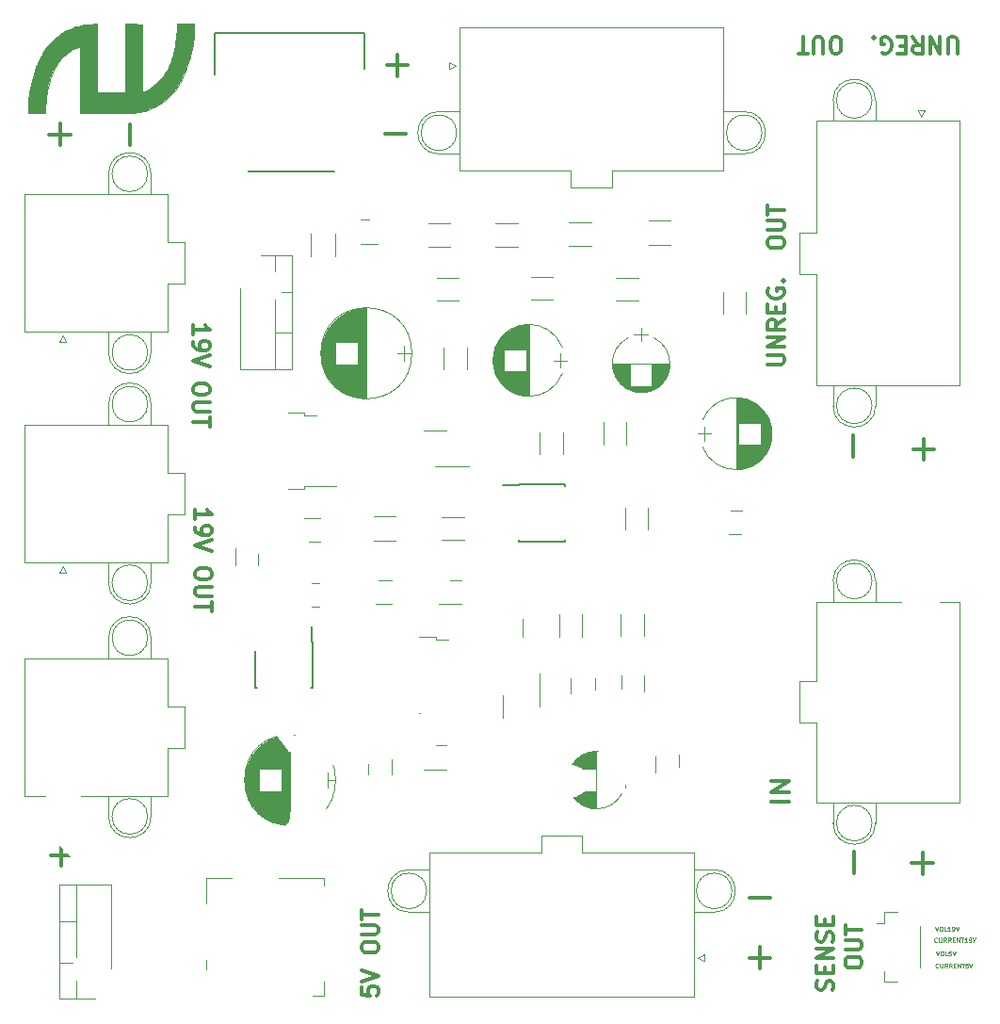
<source format=gbr>
G04 #@! TF.FileFunction,Legend,Top*
%FSLAX46Y46*%
G04 Gerber Fmt 4.6, Leading zero omitted, Abs format (unit mm)*
G04 Created by KiCad (PCBNEW 4.0.7) date 05/11/18 12:47:43*
%MOMM*%
%LPD*%
G01*
G04 APERTURE LIST*
%ADD10C,0.100000*%
%ADD11C,0.300000*%
%ADD12C,0.375000*%
%ADD13C,0.120000*%
%ADD14C,0.150000*%
%ADD15C,0.010000*%
%ADD16R,1.600000X1.600000*%
%ADD17C,1.600000*%
%ADD18R,1.600000X1.000000*%
%ADD19R,1.000000X1.600000*%
%ADD20R,1.800000X1.800000*%
%ADD21O,1.800000X1.800000*%
%ADD22R,1.650000X2.030000*%
%ADD23R,2.030000X1.650000*%
%ADD24R,2.700000X3.600000*%
%ADD25R,2.750000X4.700000*%
%ADD26R,2.200000X1.200000*%
%ADD27R,6.400000X5.800000*%
%ADD28R,1.700000X0.900000*%
%ADD29R,0.900000X1.700000*%
%ADD30R,0.450000X1.450000*%
%ADD31R,1.450000X0.450000*%
%ADD32R,0.600000X1.550000*%
%ADD33R,1.550000X0.600000*%
%ADD34R,3.750000X3.750000*%
%ADD35C,3.750000*%
%ADD36C,3.000000*%
%ADD37R,1.800000X1.200000*%
%ADD38C,0.254000*%
G04 APERTURE END LIST*
D10*
D11*
X110221429Y-125447619D02*
X110221429Y-127352381D01*
X103197619Y-126278571D02*
X105102381Y-126278571D01*
X104150000Y-127230952D02*
X104150000Y-125326190D01*
X166047619Y-135478571D02*
X167952381Y-135478571D01*
X167000000Y-136430952D02*
X167000000Y-134526190D01*
X167952381Y-130121429D02*
X166047619Y-130121429D01*
X103097619Y-61478571D02*
X105002381Y-61478571D01*
X104050000Y-62430952D02*
X104050000Y-60526190D01*
X110321429Y-60547619D02*
X110321429Y-62452381D01*
X133447619Y-55278571D02*
X135352381Y-55278571D01*
X134400000Y-56230952D02*
X134400000Y-54326190D01*
X135152381Y-61421429D02*
X133247619Y-61421429D01*
X175378571Y-90452381D02*
X175378571Y-88547619D01*
X180747619Y-89778571D02*
X182652381Y-89778571D01*
X181700000Y-90730952D02*
X181700000Y-88826190D01*
X175478571Y-127852381D02*
X175478571Y-125947619D01*
X180647619Y-126978571D02*
X182552381Y-126978571D01*
X181600000Y-127930952D02*
X181600000Y-126026190D01*
X131178571Y-138099999D02*
X131178571Y-138814285D01*
X131892857Y-138885714D01*
X131821429Y-138814285D01*
X131750000Y-138671428D01*
X131750000Y-138314285D01*
X131821429Y-138171428D01*
X131892857Y-138099999D01*
X132035714Y-138028571D01*
X132392857Y-138028571D01*
X132535714Y-138099999D01*
X132607143Y-138171428D01*
X132678571Y-138314285D01*
X132678571Y-138671428D01*
X132607143Y-138814285D01*
X132535714Y-138885714D01*
X131178571Y-137600000D02*
X132678571Y-137100000D01*
X131178571Y-136600000D01*
X131178571Y-134671429D02*
X131178571Y-134385715D01*
X131250000Y-134242857D01*
X131392857Y-134100000D01*
X131678571Y-134028572D01*
X132178571Y-134028572D01*
X132464286Y-134100000D01*
X132607143Y-134242857D01*
X132678571Y-134385715D01*
X132678571Y-134671429D01*
X132607143Y-134814286D01*
X132464286Y-134957143D01*
X132178571Y-135028572D01*
X131678571Y-135028572D01*
X131392857Y-134957143D01*
X131250000Y-134814286D01*
X131178571Y-134671429D01*
X131178571Y-133385714D02*
X132392857Y-133385714D01*
X132535714Y-133314286D01*
X132607143Y-133242857D01*
X132678571Y-133100000D01*
X132678571Y-132814286D01*
X132607143Y-132671428D01*
X132535714Y-132600000D01*
X132392857Y-132528571D01*
X131178571Y-132528571D01*
X131178571Y-132028571D02*
X131178571Y-131171428D01*
X132678571Y-131599999D02*
X131178571Y-131599999D01*
D10*
X183009524Y-136342857D02*
X182990476Y-136361905D01*
X182933333Y-136380952D01*
X182895238Y-136380952D01*
X182838095Y-136361905D01*
X182800000Y-136323810D01*
X182780952Y-136285714D01*
X182761904Y-136209524D01*
X182761904Y-136152381D01*
X182780952Y-136076190D01*
X182800000Y-136038095D01*
X182838095Y-136000000D01*
X182895238Y-135980952D01*
X182933333Y-135980952D01*
X182990476Y-136000000D01*
X183009524Y-136019048D01*
X183180952Y-135980952D02*
X183180952Y-136304762D01*
X183200000Y-136342857D01*
X183219047Y-136361905D01*
X183257143Y-136380952D01*
X183333333Y-136380952D01*
X183371428Y-136361905D01*
X183390476Y-136342857D01*
X183409524Y-136304762D01*
X183409524Y-135980952D01*
X183828572Y-136380952D02*
X183695238Y-136190476D01*
X183600000Y-136380952D02*
X183600000Y-135980952D01*
X183752381Y-135980952D01*
X183790476Y-136000000D01*
X183809524Y-136019048D01*
X183828572Y-136057143D01*
X183828572Y-136114286D01*
X183809524Y-136152381D01*
X183790476Y-136171429D01*
X183752381Y-136190476D01*
X183600000Y-136190476D01*
X184228572Y-136380952D02*
X184095238Y-136190476D01*
X184000000Y-136380952D02*
X184000000Y-135980952D01*
X184152381Y-135980952D01*
X184190476Y-136000000D01*
X184209524Y-136019048D01*
X184228572Y-136057143D01*
X184228572Y-136114286D01*
X184209524Y-136152381D01*
X184190476Y-136171429D01*
X184152381Y-136190476D01*
X184000000Y-136190476D01*
X184400000Y-136171429D02*
X184533333Y-136171429D01*
X184590476Y-136380952D02*
X184400000Y-136380952D01*
X184400000Y-135980952D01*
X184590476Y-135980952D01*
X184761905Y-136380952D02*
X184761905Y-135980952D01*
X184990477Y-136380952D01*
X184990477Y-135980952D01*
X185123810Y-135980952D02*
X185352382Y-135980952D01*
X185238096Y-136380952D02*
X185238096Y-135980952D01*
X185676191Y-135980952D02*
X185485715Y-135980952D01*
X185466667Y-136171429D01*
X185485715Y-136152381D01*
X185523810Y-136133333D01*
X185619048Y-136133333D01*
X185657144Y-136152381D01*
X185676191Y-136171429D01*
X185695239Y-136209524D01*
X185695239Y-136304762D01*
X185676191Y-136342857D01*
X185657144Y-136361905D01*
X185619048Y-136380952D01*
X185523810Y-136380952D01*
X185485715Y-136361905D01*
X185466667Y-136342857D01*
X185809524Y-135980952D02*
X185942858Y-136380952D01*
X186076191Y-135980952D01*
X182833333Y-134880952D02*
X182966667Y-135280952D01*
X183100000Y-134880952D01*
X183309524Y-134880952D02*
X183385714Y-134880952D01*
X183423809Y-134900000D01*
X183461905Y-134938095D01*
X183480952Y-135014286D01*
X183480952Y-135147619D01*
X183461905Y-135223810D01*
X183423809Y-135261905D01*
X183385714Y-135280952D01*
X183309524Y-135280952D01*
X183271428Y-135261905D01*
X183233333Y-135223810D01*
X183214285Y-135147619D01*
X183214285Y-135014286D01*
X183233333Y-134938095D01*
X183271428Y-134900000D01*
X183309524Y-134880952D01*
X183842857Y-135280952D02*
X183652381Y-135280952D01*
X183652381Y-134880952D01*
X184166667Y-134880952D02*
X183976191Y-134880952D01*
X183957143Y-135071429D01*
X183976191Y-135052381D01*
X184014286Y-135033333D01*
X184109524Y-135033333D01*
X184147620Y-135052381D01*
X184166667Y-135071429D01*
X184185715Y-135109524D01*
X184185715Y-135204762D01*
X184166667Y-135242857D01*
X184147620Y-135261905D01*
X184109524Y-135280952D01*
X184014286Y-135280952D01*
X183976191Y-135261905D01*
X183957143Y-135242857D01*
X184300000Y-134880952D02*
X184433334Y-135280952D01*
X184566667Y-134880952D01*
X182919048Y-134042857D02*
X182900000Y-134061905D01*
X182842857Y-134080952D01*
X182804762Y-134080952D01*
X182747619Y-134061905D01*
X182709524Y-134023810D01*
X182690476Y-133985714D01*
X182671428Y-133909524D01*
X182671428Y-133852381D01*
X182690476Y-133776190D01*
X182709524Y-133738095D01*
X182747619Y-133700000D01*
X182804762Y-133680952D01*
X182842857Y-133680952D01*
X182900000Y-133700000D01*
X182919048Y-133719048D01*
X183090476Y-133680952D02*
X183090476Y-134004762D01*
X183109524Y-134042857D01*
X183128571Y-134061905D01*
X183166667Y-134080952D01*
X183242857Y-134080952D01*
X183280952Y-134061905D01*
X183300000Y-134042857D01*
X183319048Y-134004762D01*
X183319048Y-133680952D01*
X183738096Y-134080952D02*
X183604762Y-133890476D01*
X183509524Y-134080952D02*
X183509524Y-133680952D01*
X183661905Y-133680952D01*
X183700000Y-133700000D01*
X183719048Y-133719048D01*
X183738096Y-133757143D01*
X183738096Y-133814286D01*
X183719048Y-133852381D01*
X183700000Y-133871429D01*
X183661905Y-133890476D01*
X183509524Y-133890476D01*
X184138096Y-134080952D02*
X184004762Y-133890476D01*
X183909524Y-134080952D02*
X183909524Y-133680952D01*
X184061905Y-133680952D01*
X184100000Y-133700000D01*
X184119048Y-133719048D01*
X184138096Y-133757143D01*
X184138096Y-133814286D01*
X184119048Y-133852381D01*
X184100000Y-133871429D01*
X184061905Y-133890476D01*
X183909524Y-133890476D01*
X184309524Y-133871429D02*
X184442857Y-133871429D01*
X184500000Y-134080952D02*
X184309524Y-134080952D01*
X184309524Y-133680952D01*
X184500000Y-133680952D01*
X184671429Y-134080952D02*
X184671429Y-133680952D01*
X184900001Y-134080952D01*
X184900001Y-133680952D01*
X185033334Y-133680952D02*
X185261906Y-133680952D01*
X185147620Y-134080952D02*
X185147620Y-133680952D01*
X185604763Y-134080952D02*
X185376191Y-134080952D01*
X185490477Y-134080952D02*
X185490477Y-133680952D01*
X185452382Y-133738095D01*
X185414287Y-133776190D01*
X185376191Y-133795238D01*
X185795239Y-134080952D02*
X185871429Y-134080952D01*
X185909524Y-134061905D01*
X185928572Y-134042857D01*
X185966667Y-133985714D01*
X185985715Y-133909524D01*
X185985715Y-133757143D01*
X185966667Y-133719048D01*
X185947620Y-133700000D01*
X185909524Y-133680952D01*
X185833334Y-133680952D01*
X185795239Y-133700000D01*
X185776191Y-133719048D01*
X185757143Y-133757143D01*
X185757143Y-133852381D01*
X185776191Y-133890476D01*
X185795239Y-133909524D01*
X185833334Y-133928571D01*
X185909524Y-133928571D01*
X185947620Y-133909524D01*
X185966667Y-133890476D01*
X185985715Y-133852381D01*
X186100000Y-133680952D02*
X186233334Y-134080952D01*
X186366667Y-133680952D01*
X182742857Y-132680952D02*
X182876191Y-133080952D01*
X183009524Y-132680952D01*
X183219048Y-132680952D02*
X183295238Y-132680952D01*
X183333333Y-132700000D01*
X183371429Y-132738095D01*
X183390476Y-132814286D01*
X183390476Y-132947619D01*
X183371429Y-133023810D01*
X183333333Y-133061905D01*
X183295238Y-133080952D01*
X183219048Y-133080952D01*
X183180952Y-133061905D01*
X183142857Y-133023810D01*
X183123809Y-132947619D01*
X183123809Y-132814286D01*
X183142857Y-132738095D01*
X183180952Y-132700000D01*
X183219048Y-132680952D01*
X183752381Y-133080952D02*
X183561905Y-133080952D01*
X183561905Y-132680952D01*
X184095239Y-133080952D02*
X183866667Y-133080952D01*
X183980953Y-133080952D02*
X183980953Y-132680952D01*
X183942858Y-132738095D01*
X183904763Y-132776190D01*
X183866667Y-132795238D01*
X184285715Y-133080952D02*
X184361905Y-133080952D01*
X184400000Y-133061905D01*
X184419048Y-133042857D01*
X184457143Y-132985714D01*
X184476191Y-132909524D01*
X184476191Y-132757143D01*
X184457143Y-132719048D01*
X184438096Y-132700000D01*
X184400000Y-132680952D01*
X184323810Y-132680952D01*
X184285715Y-132700000D01*
X184266667Y-132719048D01*
X184247619Y-132757143D01*
X184247619Y-132852381D01*
X184266667Y-132890476D01*
X184285715Y-132909524D01*
X184323810Y-132928571D01*
X184400000Y-132928571D01*
X184438096Y-132909524D01*
X184457143Y-132890476D01*
X184476191Y-132852381D01*
X184590476Y-132680952D02*
X184723810Y-133080952D01*
X184857143Y-132680952D01*
D11*
X173532143Y-138385714D02*
X173603571Y-138171428D01*
X173603571Y-137814285D01*
X173532143Y-137671428D01*
X173460714Y-137599999D01*
X173317857Y-137528571D01*
X173175000Y-137528571D01*
X173032143Y-137599999D01*
X172960714Y-137671428D01*
X172889286Y-137814285D01*
X172817857Y-138099999D01*
X172746429Y-138242857D01*
X172675000Y-138314285D01*
X172532143Y-138385714D01*
X172389286Y-138385714D01*
X172246429Y-138314285D01*
X172175000Y-138242857D01*
X172103571Y-138099999D01*
X172103571Y-137742857D01*
X172175000Y-137528571D01*
X172817857Y-136885714D02*
X172817857Y-136385714D01*
X173603571Y-136171428D02*
X173603571Y-136885714D01*
X172103571Y-136885714D01*
X172103571Y-136171428D01*
X173603571Y-135528571D02*
X172103571Y-135528571D01*
X173603571Y-134671428D01*
X172103571Y-134671428D01*
X173532143Y-134028571D02*
X173603571Y-133814285D01*
X173603571Y-133457142D01*
X173532143Y-133314285D01*
X173460714Y-133242856D01*
X173317857Y-133171428D01*
X173175000Y-133171428D01*
X173032143Y-133242856D01*
X172960714Y-133314285D01*
X172889286Y-133457142D01*
X172817857Y-133742856D01*
X172746429Y-133885714D01*
X172675000Y-133957142D01*
X172532143Y-134028571D01*
X172389286Y-134028571D01*
X172246429Y-133957142D01*
X172175000Y-133885714D01*
X172103571Y-133742856D01*
X172103571Y-133385714D01*
X172175000Y-133171428D01*
X172817857Y-132528571D02*
X172817857Y-132028571D01*
X173603571Y-131814285D02*
X173603571Y-132528571D01*
X172103571Y-132528571D01*
X172103571Y-131814285D01*
X174653571Y-136028572D02*
X174653571Y-135742858D01*
X174725000Y-135600000D01*
X174867857Y-135457143D01*
X175153571Y-135385715D01*
X175653571Y-135385715D01*
X175939286Y-135457143D01*
X176082143Y-135600000D01*
X176153571Y-135742858D01*
X176153571Y-136028572D01*
X176082143Y-136171429D01*
X175939286Y-136314286D01*
X175653571Y-136385715D01*
X175153571Y-136385715D01*
X174867857Y-136314286D01*
X174725000Y-136171429D01*
X174653571Y-136028572D01*
X174653571Y-134742857D02*
X175867857Y-134742857D01*
X176010714Y-134671429D01*
X176082143Y-134600000D01*
X176153571Y-134457143D01*
X176153571Y-134171429D01*
X176082143Y-134028571D01*
X176010714Y-133957143D01*
X175867857Y-133885714D01*
X174653571Y-133885714D01*
X174653571Y-133385714D02*
X174653571Y-132528571D01*
X176153571Y-132957142D02*
X174653571Y-132957142D01*
X116221429Y-96057143D02*
X116221429Y-95200000D01*
X116221429Y-95628572D02*
X117721429Y-95628572D01*
X117507143Y-95485715D01*
X117364286Y-95342857D01*
X117292857Y-95200000D01*
X116221429Y-96771428D02*
X116221429Y-97057143D01*
X116292857Y-97200000D01*
X116364286Y-97271428D01*
X116578571Y-97414286D01*
X116864286Y-97485714D01*
X117435714Y-97485714D01*
X117578571Y-97414286D01*
X117650000Y-97342857D01*
X117721429Y-97200000D01*
X117721429Y-96914286D01*
X117650000Y-96771428D01*
X117578571Y-96700000D01*
X117435714Y-96628571D01*
X117078571Y-96628571D01*
X116935714Y-96700000D01*
X116864286Y-96771428D01*
X116792857Y-96914286D01*
X116792857Y-97200000D01*
X116864286Y-97342857D01*
X116935714Y-97414286D01*
X117078571Y-97485714D01*
X117721429Y-97914285D02*
X116221429Y-98414285D01*
X117721429Y-98914285D01*
X117721429Y-100842856D02*
X117721429Y-101128570D01*
X117650000Y-101271428D01*
X117507143Y-101414285D01*
X117221429Y-101485713D01*
X116721429Y-101485713D01*
X116435714Y-101414285D01*
X116292857Y-101271428D01*
X116221429Y-101128570D01*
X116221429Y-100842856D01*
X116292857Y-100699999D01*
X116435714Y-100557142D01*
X116721429Y-100485713D01*
X117221429Y-100485713D01*
X117507143Y-100557142D01*
X117650000Y-100699999D01*
X117721429Y-100842856D01*
X117721429Y-102128571D02*
X116507143Y-102128571D01*
X116364286Y-102199999D01*
X116292857Y-102271428D01*
X116221429Y-102414285D01*
X116221429Y-102699999D01*
X116292857Y-102842857D01*
X116364286Y-102914285D01*
X116507143Y-102985714D01*
X117721429Y-102985714D01*
X117721429Y-103485714D02*
X117721429Y-104342857D01*
X116221429Y-103914286D02*
X117721429Y-103914286D01*
X116021429Y-79457143D02*
X116021429Y-78600000D01*
X116021429Y-79028572D02*
X117521429Y-79028572D01*
X117307143Y-78885715D01*
X117164286Y-78742857D01*
X117092857Y-78600000D01*
X116021429Y-80171428D02*
X116021429Y-80457143D01*
X116092857Y-80600000D01*
X116164286Y-80671428D01*
X116378571Y-80814286D01*
X116664286Y-80885714D01*
X117235714Y-80885714D01*
X117378571Y-80814286D01*
X117450000Y-80742857D01*
X117521429Y-80600000D01*
X117521429Y-80314286D01*
X117450000Y-80171428D01*
X117378571Y-80100000D01*
X117235714Y-80028571D01*
X116878571Y-80028571D01*
X116735714Y-80100000D01*
X116664286Y-80171428D01*
X116592857Y-80314286D01*
X116592857Y-80600000D01*
X116664286Y-80742857D01*
X116735714Y-80814286D01*
X116878571Y-80885714D01*
X117521429Y-81314285D02*
X116021429Y-81814285D01*
X117521429Y-82314285D01*
X117521429Y-84242856D02*
X117521429Y-84528570D01*
X117450000Y-84671428D01*
X117307143Y-84814285D01*
X117021429Y-84885713D01*
X116521429Y-84885713D01*
X116235714Y-84814285D01*
X116092857Y-84671428D01*
X116021429Y-84528570D01*
X116021429Y-84242856D01*
X116092857Y-84099999D01*
X116235714Y-83957142D01*
X116521429Y-83885713D01*
X117021429Y-83885713D01*
X117307143Y-83957142D01*
X117450000Y-84099999D01*
X117521429Y-84242856D01*
X117521429Y-85528571D02*
X116307143Y-85528571D01*
X116164286Y-85599999D01*
X116092857Y-85671428D01*
X116021429Y-85814285D01*
X116021429Y-86099999D01*
X116092857Y-86242857D01*
X116164286Y-86314285D01*
X116307143Y-86385714D01*
X117521429Y-86385714D01*
X117521429Y-86885714D02*
X117521429Y-87742857D01*
X116021429Y-87314286D02*
X117521429Y-87314286D01*
X184735715Y-54221429D02*
X184735715Y-53007143D01*
X184664287Y-52864286D01*
X184592858Y-52792857D01*
X184450001Y-52721429D01*
X184164287Y-52721429D01*
X184021429Y-52792857D01*
X183950001Y-52864286D01*
X183878572Y-53007143D01*
X183878572Y-54221429D01*
X183164286Y-52721429D02*
X183164286Y-54221429D01*
X182307143Y-52721429D01*
X182307143Y-54221429D01*
X180735714Y-52721429D02*
X181235714Y-53435714D01*
X181592857Y-52721429D02*
X181592857Y-54221429D01*
X181021429Y-54221429D01*
X180878571Y-54150000D01*
X180807143Y-54078571D01*
X180735714Y-53935714D01*
X180735714Y-53721429D01*
X180807143Y-53578571D01*
X180878571Y-53507143D01*
X181021429Y-53435714D01*
X181592857Y-53435714D01*
X180092857Y-53507143D02*
X179592857Y-53507143D01*
X179378571Y-52721429D02*
X180092857Y-52721429D01*
X180092857Y-54221429D01*
X179378571Y-54221429D01*
X177950000Y-54150000D02*
X178092857Y-54221429D01*
X178307143Y-54221429D01*
X178521428Y-54150000D01*
X178664286Y-54007143D01*
X178735714Y-53864286D01*
X178807143Y-53578571D01*
X178807143Y-53364286D01*
X178735714Y-53078571D01*
X178664286Y-52935714D01*
X178521428Y-52792857D01*
X178307143Y-52721429D01*
X178164286Y-52721429D01*
X177950000Y-52792857D01*
X177878571Y-52864286D01*
X177878571Y-53364286D01*
X178164286Y-53364286D01*
X177235714Y-52864286D02*
X177164286Y-52792857D01*
X177235714Y-52721429D01*
X177307143Y-52792857D01*
X177235714Y-52864286D01*
X177235714Y-52721429D01*
X173950000Y-54221429D02*
X173664286Y-54221429D01*
X173521428Y-54150000D01*
X173378571Y-54007143D01*
X173307143Y-53721429D01*
X173307143Y-53221429D01*
X173378571Y-52935714D01*
X173521428Y-52792857D01*
X173664286Y-52721429D01*
X173950000Y-52721429D01*
X174092857Y-52792857D01*
X174235714Y-52935714D01*
X174307143Y-53221429D01*
X174307143Y-53721429D01*
X174235714Y-54007143D01*
X174092857Y-54150000D01*
X173950000Y-54221429D01*
X172664285Y-54221429D02*
X172664285Y-53007143D01*
X172592857Y-52864286D01*
X172521428Y-52792857D01*
X172378571Y-52721429D01*
X172092857Y-52721429D01*
X171949999Y-52792857D01*
X171878571Y-52864286D01*
X171807142Y-53007143D01*
X171807142Y-54221429D01*
X171307142Y-54221429D02*
X170449999Y-54221429D01*
X170878570Y-52721429D02*
X170878570Y-54221429D01*
X167678571Y-82135715D02*
X168892857Y-82135715D01*
X169035714Y-82064287D01*
X169107143Y-81992858D01*
X169178571Y-81850001D01*
X169178571Y-81564287D01*
X169107143Y-81421429D01*
X169035714Y-81350001D01*
X168892857Y-81278572D01*
X167678571Y-81278572D01*
X169178571Y-80564286D02*
X167678571Y-80564286D01*
X169178571Y-79707143D01*
X167678571Y-79707143D01*
X169178571Y-78135714D02*
X168464286Y-78635714D01*
X169178571Y-78992857D02*
X167678571Y-78992857D01*
X167678571Y-78421429D01*
X167750000Y-78278571D01*
X167821429Y-78207143D01*
X167964286Y-78135714D01*
X168178571Y-78135714D01*
X168321429Y-78207143D01*
X168392857Y-78278571D01*
X168464286Y-78421429D01*
X168464286Y-78992857D01*
X168392857Y-77492857D02*
X168392857Y-76992857D01*
X169178571Y-76778571D02*
X169178571Y-77492857D01*
X167678571Y-77492857D01*
X167678571Y-76778571D01*
X167750000Y-75350000D02*
X167678571Y-75492857D01*
X167678571Y-75707143D01*
X167750000Y-75921428D01*
X167892857Y-76064286D01*
X168035714Y-76135714D01*
X168321429Y-76207143D01*
X168535714Y-76207143D01*
X168821429Y-76135714D01*
X168964286Y-76064286D01*
X169107143Y-75921428D01*
X169178571Y-75707143D01*
X169178571Y-75564286D01*
X169107143Y-75350000D01*
X169035714Y-75278571D01*
X168535714Y-75278571D01*
X168535714Y-75564286D01*
X169035714Y-74635714D02*
X169107143Y-74564286D01*
X169178571Y-74635714D01*
X169107143Y-74707143D01*
X169035714Y-74635714D01*
X169178571Y-74635714D01*
X167678571Y-71350000D02*
X167678571Y-71064286D01*
X167750000Y-70921428D01*
X167892857Y-70778571D01*
X168178571Y-70707143D01*
X168678571Y-70707143D01*
X168964286Y-70778571D01*
X169107143Y-70921428D01*
X169178571Y-71064286D01*
X169178571Y-71350000D01*
X169107143Y-71492857D01*
X168964286Y-71635714D01*
X168678571Y-71707143D01*
X168178571Y-71707143D01*
X167892857Y-71635714D01*
X167750000Y-71492857D01*
X167678571Y-71350000D01*
X167678571Y-70064285D02*
X168892857Y-70064285D01*
X169035714Y-69992857D01*
X169107143Y-69921428D01*
X169178571Y-69778571D01*
X169178571Y-69492857D01*
X169107143Y-69349999D01*
X169035714Y-69278571D01*
X168892857Y-69207142D01*
X167678571Y-69207142D01*
X167678571Y-68707142D02*
X167678571Y-67849999D01*
X169178571Y-68278570D02*
X167678571Y-68278570D01*
D12*
X169623810Y-121442857D02*
X168023810Y-121442857D01*
X169623810Y-120585714D02*
X168023810Y-120585714D01*
X169623810Y-119557142D01*
X168023810Y-119557142D01*
D13*
X167847820Y-87190864D02*
G75*
G03X161812518Y-87190000I-3017820J-1179136D01*
G01*
X167847820Y-89549136D02*
G75*
G02X161812518Y-89550000I-3017820J1179136D01*
G01*
X167847820Y-89549136D02*
G75*
G03X167847482Y-87190000I-3017820J1179136D01*
G01*
X164830000Y-85170000D02*
X164830000Y-91570000D01*
X164870000Y-85170000D02*
X164870000Y-91570000D01*
X164910000Y-85170000D02*
X164910000Y-91570000D01*
X164950000Y-85172000D02*
X164950000Y-91568000D01*
X164990000Y-85173000D02*
X164990000Y-91567000D01*
X165030000Y-85176000D02*
X165030000Y-91564000D01*
X165070000Y-85178000D02*
X165070000Y-91562000D01*
X165110000Y-85182000D02*
X165110000Y-87390000D01*
X165110000Y-89350000D02*
X165110000Y-91558000D01*
X165150000Y-85185000D02*
X165150000Y-87390000D01*
X165150000Y-89350000D02*
X165150000Y-91555000D01*
X165190000Y-85190000D02*
X165190000Y-87390000D01*
X165190000Y-89350000D02*
X165190000Y-91550000D01*
X165230000Y-85194000D02*
X165230000Y-87390000D01*
X165230000Y-89350000D02*
X165230000Y-91546000D01*
X165270000Y-85200000D02*
X165270000Y-87390000D01*
X165270000Y-89350000D02*
X165270000Y-91540000D01*
X165310000Y-85205000D02*
X165310000Y-87390000D01*
X165310000Y-89350000D02*
X165310000Y-91535000D01*
X165350000Y-85212000D02*
X165350000Y-87390000D01*
X165350000Y-89350000D02*
X165350000Y-91528000D01*
X165390000Y-85218000D02*
X165390000Y-87390000D01*
X165390000Y-89350000D02*
X165390000Y-91522000D01*
X165430000Y-85226000D02*
X165430000Y-87390000D01*
X165430000Y-89350000D02*
X165430000Y-91514000D01*
X165470000Y-85233000D02*
X165470000Y-87390000D01*
X165470000Y-89350000D02*
X165470000Y-91507000D01*
X165510000Y-85242000D02*
X165510000Y-87390000D01*
X165510000Y-89350000D02*
X165510000Y-91498000D01*
X165551000Y-85251000D02*
X165551000Y-87390000D01*
X165551000Y-89350000D02*
X165551000Y-91489000D01*
X165591000Y-85260000D02*
X165591000Y-87390000D01*
X165591000Y-89350000D02*
X165591000Y-91480000D01*
X165631000Y-85270000D02*
X165631000Y-87390000D01*
X165631000Y-89350000D02*
X165631000Y-91470000D01*
X165671000Y-85280000D02*
X165671000Y-87390000D01*
X165671000Y-89350000D02*
X165671000Y-91460000D01*
X165711000Y-85291000D02*
X165711000Y-87390000D01*
X165711000Y-89350000D02*
X165711000Y-91449000D01*
X165751000Y-85303000D02*
X165751000Y-87390000D01*
X165751000Y-89350000D02*
X165751000Y-91437000D01*
X165791000Y-85315000D02*
X165791000Y-87390000D01*
X165791000Y-89350000D02*
X165791000Y-91425000D01*
X165831000Y-85328000D02*
X165831000Y-87390000D01*
X165831000Y-89350000D02*
X165831000Y-91412000D01*
X165871000Y-85341000D02*
X165871000Y-87390000D01*
X165871000Y-89350000D02*
X165871000Y-91399000D01*
X165911000Y-85355000D02*
X165911000Y-87390000D01*
X165911000Y-89350000D02*
X165911000Y-91385000D01*
X165951000Y-85369000D02*
X165951000Y-87390000D01*
X165951000Y-89350000D02*
X165951000Y-91371000D01*
X165991000Y-85384000D02*
X165991000Y-87390000D01*
X165991000Y-89350000D02*
X165991000Y-91356000D01*
X166031000Y-85400000D02*
X166031000Y-87390000D01*
X166031000Y-89350000D02*
X166031000Y-91340000D01*
X166071000Y-85416000D02*
X166071000Y-87390000D01*
X166071000Y-89350000D02*
X166071000Y-91324000D01*
X166111000Y-85433000D02*
X166111000Y-87390000D01*
X166111000Y-89350000D02*
X166111000Y-91307000D01*
X166151000Y-85451000D02*
X166151000Y-87390000D01*
X166151000Y-89350000D02*
X166151000Y-91289000D01*
X166191000Y-85469000D02*
X166191000Y-87390000D01*
X166191000Y-89350000D02*
X166191000Y-91271000D01*
X166231000Y-85488000D02*
X166231000Y-87390000D01*
X166231000Y-89350000D02*
X166231000Y-91252000D01*
X166271000Y-85507000D02*
X166271000Y-87390000D01*
X166271000Y-89350000D02*
X166271000Y-91233000D01*
X166311000Y-85527000D02*
X166311000Y-87390000D01*
X166311000Y-89350000D02*
X166311000Y-91213000D01*
X166351000Y-85548000D02*
X166351000Y-87390000D01*
X166351000Y-89350000D02*
X166351000Y-91192000D01*
X166391000Y-85570000D02*
X166391000Y-87390000D01*
X166391000Y-89350000D02*
X166391000Y-91170000D01*
X166431000Y-85592000D02*
X166431000Y-87390000D01*
X166431000Y-89350000D02*
X166431000Y-91148000D01*
X166471000Y-85615000D02*
X166471000Y-87390000D01*
X166471000Y-89350000D02*
X166471000Y-91125000D01*
X166511000Y-85639000D02*
X166511000Y-87390000D01*
X166511000Y-89350000D02*
X166511000Y-91101000D01*
X166551000Y-85664000D02*
X166551000Y-87390000D01*
X166551000Y-89350000D02*
X166551000Y-91076000D01*
X166591000Y-85689000D02*
X166591000Y-87390000D01*
X166591000Y-89350000D02*
X166591000Y-91051000D01*
X166631000Y-85716000D02*
X166631000Y-87390000D01*
X166631000Y-89350000D02*
X166631000Y-91024000D01*
X166671000Y-85743000D02*
X166671000Y-87390000D01*
X166671000Y-89350000D02*
X166671000Y-90997000D01*
X166711000Y-85771000D02*
X166711000Y-87390000D01*
X166711000Y-89350000D02*
X166711000Y-90969000D01*
X166751000Y-85800000D02*
X166751000Y-87390000D01*
X166751000Y-89350000D02*
X166751000Y-90940000D01*
X166791000Y-85830000D02*
X166791000Y-87390000D01*
X166791000Y-89350000D02*
X166791000Y-90910000D01*
X166831000Y-85860000D02*
X166831000Y-87390000D01*
X166831000Y-89350000D02*
X166831000Y-90880000D01*
X166871000Y-85892000D02*
X166871000Y-87390000D01*
X166871000Y-89350000D02*
X166871000Y-90848000D01*
X166911000Y-85925000D02*
X166911000Y-87390000D01*
X166911000Y-89350000D02*
X166911000Y-90815000D01*
X166951000Y-85959000D02*
X166951000Y-87390000D01*
X166951000Y-89350000D02*
X166951000Y-90781000D01*
X166991000Y-85995000D02*
X166991000Y-87390000D01*
X166991000Y-89350000D02*
X166991000Y-90745000D01*
X167031000Y-86031000D02*
X167031000Y-87390000D01*
X167031000Y-89350000D02*
X167031000Y-90709000D01*
X167071000Y-86069000D02*
X167071000Y-90671000D01*
X167111000Y-86108000D02*
X167111000Y-90632000D01*
X167151000Y-86148000D02*
X167151000Y-90592000D01*
X167191000Y-86190000D02*
X167191000Y-90550000D01*
X167231000Y-86233000D02*
X167231000Y-90507000D01*
X167271000Y-86278000D02*
X167271000Y-90462000D01*
X167311000Y-86325000D02*
X167311000Y-90415000D01*
X167351000Y-86373000D02*
X167351000Y-90367000D01*
X167391000Y-86424000D02*
X167391000Y-90316000D01*
X167431000Y-86476000D02*
X167431000Y-90264000D01*
X167471000Y-86531000D02*
X167471000Y-90209000D01*
X167511000Y-86589000D02*
X167511000Y-90151000D01*
X167551000Y-86649000D02*
X167551000Y-90091000D01*
X167591000Y-86712000D02*
X167591000Y-90028000D01*
X167631000Y-86779000D02*
X167631000Y-89961000D01*
X167671000Y-86850000D02*
X167671000Y-89890000D01*
X167711000Y-86925000D02*
X167711000Y-89815000D01*
X167751000Y-87006000D02*
X167751000Y-89734000D01*
X167791000Y-87092000D02*
X167791000Y-89648000D01*
X167831000Y-87186000D02*
X167831000Y-89554000D01*
X167871000Y-87289000D02*
X167871000Y-89451000D01*
X167911000Y-87404000D02*
X167911000Y-89336000D01*
X167951000Y-87536000D02*
X167951000Y-89204000D01*
X167991000Y-87694000D02*
X167991000Y-89046000D01*
X168031000Y-87902000D02*
X168031000Y-88838000D01*
X161380000Y-88370000D02*
X162580000Y-88370000D01*
X161980000Y-87720000D02*
X161980000Y-89020000D01*
X154560000Y-110130000D02*
X154560000Y-112130000D01*
X156600000Y-112130000D02*
X156600000Y-110130000D01*
X143182180Y-82969136D02*
G75*
G03X149217482Y-82970000I3017820J1179136D01*
G01*
X143182180Y-80610864D02*
G75*
G02X149217482Y-80610000I3017820J-1179136D01*
G01*
X143182180Y-80610864D02*
G75*
G03X143182518Y-82970000I3017820J-1179136D01*
G01*
X146200000Y-84990000D02*
X146200000Y-78590000D01*
X146160000Y-84990000D02*
X146160000Y-78590000D01*
X146120000Y-84990000D02*
X146120000Y-78590000D01*
X146080000Y-84988000D02*
X146080000Y-78592000D01*
X146040000Y-84987000D02*
X146040000Y-78593000D01*
X146000000Y-84984000D02*
X146000000Y-78596000D01*
X145960000Y-84982000D02*
X145960000Y-78598000D01*
X145920000Y-84978000D02*
X145920000Y-82770000D01*
X145920000Y-80810000D02*
X145920000Y-78602000D01*
X145880000Y-84975000D02*
X145880000Y-82770000D01*
X145880000Y-80810000D02*
X145880000Y-78605000D01*
X145840000Y-84970000D02*
X145840000Y-82770000D01*
X145840000Y-80810000D02*
X145840000Y-78610000D01*
X145800000Y-84966000D02*
X145800000Y-82770000D01*
X145800000Y-80810000D02*
X145800000Y-78614000D01*
X145760000Y-84960000D02*
X145760000Y-82770000D01*
X145760000Y-80810000D02*
X145760000Y-78620000D01*
X145720000Y-84955000D02*
X145720000Y-82770000D01*
X145720000Y-80810000D02*
X145720000Y-78625000D01*
X145680000Y-84948000D02*
X145680000Y-82770000D01*
X145680000Y-80810000D02*
X145680000Y-78632000D01*
X145640000Y-84942000D02*
X145640000Y-82770000D01*
X145640000Y-80810000D02*
X145640000Y-78638000D01*
X145600000Y-84934000D02*
X145600000Y-82770000D01*
X145600000Y-80810000D02*
X145600000Y-78646000D01*
X145560000Y-84927000D02*
X145560000Y-82770000D01*
X145560000Y-80810000D02*
X145560000Y-78653000D01*
X145520000Y-84918000D02*
X145520000Y-82770000D01*
X145520000Y-80810000D02*
X145520000Y-78662000D01*
X145479000Y-84909000D02*
X145479000Y-82770000D01*
X145479000Y-80810000D02*
X145479000Y-78671000D01*
X145439000Y-84900000D02*
X145439000Y-82770000D01*
X145439000Y-80810000D02*
X145439000Y-78680000D01*
X145399000Y-84890000D02*
X145399000Y-82770000D01*
X145399000Y-80810000D02*
X145399000Y-78690000D01*
X145359000Y-84880000D02*
X145359000Y-82770000D01*
X145359000Y-80810000D02*
X145359000Y-78700000D01*
X145319000Y-84869000D02*
X145319000Y-82770000D01*
X145319000Y-80810000D02*
X145319000Y-78711000D01*
X145279000Y-84857000D02*
X145279000Y-82770000D01*
X145279000Y-80810000D02*
X145279000Y-78723000D01*
X145239000Y-84845000D02*
X145239000Y-82770000D01*
X145239000Y-80810000D02*
X145239000Y-78735000D01*
X145199000Y-84832000D02*
X145199000Y-82770000D01*
X145199000Y-80810000D02*
X145199000Y-78748000D01*
X145159000Y-84819000D02*
X145159000Y-82770000D01*
X145159000Y-80810000D02*
X145159000Y-78761000D01*
X145119000Y-84805000D02*
X145119000Y-82770000D01*
X145119000Y-80810000D02*
X145119000Y-78775000D01*
X145079000Y-84791000D02*
X145079000Y-82770000D01*
X145079000Y-80810000D02*
X145079000Y-78789000D01*
X145039000Y-84776000D02*
X145039000Y-82770000D01*
X145039000Y-80810000D02*
X145039000Y-78804000D01*
X144999000Y-84760000D02*
X144999000Y-82770000D01*
X144999000Y-80810000D02*
X144999000Y-78820000D01*
X144959000Y-84744000D02*
X144959000Y-82770000D01*
X144959000Y-80810000D02*
X144959000Y-78836000D01*
X144919000Y-84727000D02*
X144919000Y-82770000D01*
X144919000Y-80810000D02*
X144919000Y-78853000D01*
X144879000Y-84709000D02*
X144879000Y-82770000D01*
X144879000Y-80810000D02*
X144879000Y-78871000D01*
X144839000Y-84691000D02*
X144839000Y-82770000D01*
X144839000Y-80810000D02*
X144839000Y-78889000D01*
X144799000Y-84672000D02*
X144799000Y-82770000D01*
X144799000Y-80810000D02*
X144799000Y-78908000D01*
X144759000Y-84653000D02*
X144759000Y-82770000D01*
X144759000Y-80810000D02*
X144759000Y-78927000D01*
X144719000Y-84633000D02*
X144719000Y-82770000D01*
X144719000Y-80810000D02*
X144719000Y-78947000D01*
X144679000Y-84612000D02*
X144679000Y-82770000D01*
X144679000Y-80810000D02*
X144679000Y-78968000D01*
X144639000Y-84590000D02*
X144639000Y-82770000D01*
X144639000Y-80810000D02*
X144639000Y-78990000D01*
X144599000Y-84568000D02*
X144599000Y-82770000D01*
X144599000Y-80810000D02*
X144599000Y-79012000D01*
X144559000Y-84545000D02*
X144559000Y-82770000D01*
X144559000Y-80810000D02*
X144559000Y-79035000D01*
X144519000Y-84521000D02*
X144519000Y-82770000D01*
X144519000Y-80810000D02*
X144519000Y-79059000D01*
X144479000Y-84496000D02*
X144479000Y-82770000D01*
X144479000Y-80810000D02*
X144479000Y-79084000D01*
X144439000Y-84471000D02*
X144439000Y-82770000D01*
X144439000Y-80810000D02*
X144439000Y-79109000D01*
X144399000Y-84444000D02*
X144399000Y-82770000D01*
X144399000Y-80810000D02*
X144399000Y-79136000D01*
X144359000Y-84417000D02*
X144359000Y-82770000D01*
X144359000Y-80810000D02*
X144359000Y-79163000D01*
X144319000Y-84389000D02*
X144319000Y-82770000D01*
X144319000Y-80810000D02*
X144319000Y-79191000D01*
X144279000Y-84360000D02*
X144279000Y-82770000D01*
X144279000Y-80810000D02*
X144279000Y-79220000D01*
X144239000Y-84330000D02*
X144239000Y-82770000D01*
X144239000Y-80810000D02*
X144239000Y-79250000D01*
X144199000Y-84300000D02*
X144199000Y-82770000D01*
X144199000Y-80810000D02*
X144199000Y-79280000D01*
X144159000Y-84268000D02*
X144159000Y-82770000D01*
X144159000Y-80810000D02*
X144159000Y-79312000D01*
X144119000Y-84235000D02*
X144119000Y-82770000D01*
X144119000Y-80810000D02*
X144119000Y-79345000D01*
X144079000Y-84201000D02*
X144079000Y-82770000D01*
X144079000Y-80810000D02*
X144079000Y-79379000D01*
X144039000Y-84165000D02*
X144039000Y-82770000D01*
X144039000Y-80810000D02*
X144039000Y-79415000D01*
X143999000Y-84129000D02*
X143999000Y-82770000D01*
X143999000Y-80810000D02*
X143999000Y-79451000D01*
X143959000Y-84091000D02*
X143959000Y-79489000D01*
X143919000Y-84052000D02*
X143919000Y-79528000D01*
X143879000Y-84012000D02*
X143879000Y-79568000D01*
X143839000Y-83970000D02*
X143839000Y-79610000D01*
X143799000Y-83927000D02*
X143799000Y-79653000D01*
X143759000Y-83882000D02*
X143759000Y-79698000D01*
X143719000Y-83835000D02*
X143719000Y-79745000D01*
X143679000Y-83787000D02*
X143679000Y-79793000D01*
X143639000Y-83736000D02*
X143639000Y-79844000D01*
X143599000Y-83684000D02*
X143599000Y-79896000D01*
X143559000Y-83629000D02*
X143559000Y-79951000D01*
X143519000Y-83571000D02*
X143519000Y-80009000D01*
X143479000Y-83511000D02*
X143479000Y-80069000D01*
X143439000Y-83448000D02*
X143439000Y-80132000D01*
X143399000Y-83381000D02*
X143399000Y-80199000D01*
X143359000Y-83310000D02*
X143359000Y-80270000D01*
X143319000Y-83235000D02*
X143319000Y-80345000D01*
X143279000Y-83154000D02*
X143279000Y-80426000D01*
X143239000Y-83068000D02*
X143239000Y-80512000D01*
X143199000Y-82974000D02*
X143199000Y-80606000D01*
X143159000Y-82871000D02*
X143159000Y-80709000D01*
X143119000Y-82756000D02*
X143119000Y-80824000D01*
X143079000Y-82624000D02*
X143079000Y-80956000D01*
X143039000Y-82466000D02*
X143039000Y-81114000D01*
X142999000Y-82258000D02*
X142999000Y-81322000D01*
X149650000Y-81790000D02*
X148450000Y-81790000D01*
X149050000Y-82440000D02*
X149050000Y-81140000D01*
X146400000Y-76320000D02*
X148400000Y-76320000D01*
X148400000Y-74280000D02*
X146400000Y-74280000D01*
X150970000Y-106640000D02*
X150970000Y-104640000D01*
X148930000Y-104640000D02*
X148930000Y-106640000D01*
X157479723Y-84385722D02*
G75*
G03X157480000Y-79774420I-1179723J2305722D01*
G01*
X155120277Y-84385722D02*
G75*
G02X155120000Y-79774420I1179723J2305722D01*
G01*
X155120277Y-84385722D02*
G75*
G03X157480000Y-84385580I1179723J2305722D01*
G01*
X158850000Y-82080000D02*
X153750000Y-82080000D01*
X158850000Y-82120000D02*
X157280000Y-82120000D01*
X155320000Y-82120000D02*
X153750000Y-82120000D01*
X158849000Y-82160000D02*
X157280000Y-82160000D01*
X155320000Y-82160000D02*
X153751000Y-82160000D01*
X158848000Y-82200000D02*
X157280000Y-82200000D01*
X155320000Y-82200000D02*
X153752000Y-82200000D01*
X158846000Y-82240000D02*
X157280000Y-82240000D01*
X155320000Y-82240000D02*
X153754000Y-82240000D01*
X158843000Y-82280000D02*
X157280000Y-82280000D01*
X155320000Y-82280000D02*
X153757000Y-82280000D01*
X158839000Y-82320000D02*
X157280000Y-82320000D01*
X155320000Y-82320000D02*
X153761000Y-82320000D01*
X158835000Y-82360000D02*
X157280000Y-82360000D01*
X155320000Y-82360000D02*
X153765000Y-82360000D01*
X158831000Y-82400000D02*
X157280000Y-82400000D01*
X155320000Y-82400000D02*
X153769000Y-82400000D01*
X158825000Y-82440000D02*
X157280000Y-82440000D01*
X155320000Y-82440000D02*
X153775000Y-82440000D01*
X158819000Y-82480000D02*
X157280000Y-82480000D01*
X155320000Y-82480000D02*
X153781000Y-82480000D01*
X158813000Y-82520000D02*
X157280000Y-82520000D01*
X155320000Y-82520000D02*
X153787000Y-82520000D01*
X158806000Y-82560000D02*
X157280000Y-82560000D01*
X155320000Y-82560000D02*
X153794000Y-82560000D01*
X158798000Y-82600000D02*
X157280000Y-82600000D01*
X155320000Y-82600000D02*
X153802000Y-82600000D01*
X158789000Y-82640000D02*
X157280000Y-82640000D01*
X155320000Y-82640000D02*
X153811000Y-82640000D01*
X158780000Y-82680000D02*
X157280000Y-82680000D01*
X155320000Y-82680000D02*
X153820000Y-82680000D01*
X158770000Y-82720000D02*
X157280000Y-82720000D01*
X155320000Y-82720000D02*
X153830000Y-82720000D01*
X158760000Y-82760000D02*
X157280000Y-82760000D01*
X155320000Y-82760000D02*
X153840000Y-82760000D01*
X158748000Y-82801000D02*
X157280000Y-82801000D01*
X155320000Y-82801000D02*
X153852000Y-82801000D01*
X158736000Y-82841000D02*
X157280000Y-82841000D01*
X155320000Y-82841000D02*
X153864000Y-82841000D01*
X158724000Y-82881000D02*
X157280000Y-82881000D01*
X155320000Y-82881000D02*
X153876000Y-82881000D01*
X158710000Y-82921000D02*
X157280000Y-82921000D01*
X155320000Y-82921000D02*
X153890000Y-82921000D01*
X158696000Y-82961000D02*
X157280000Y-82961000D01*
X155320000Y-82961000D02*
X153904000Y-82961000D01*
X158682000Y-83001000D02*
X157280000Y-83001000D01*
X155320000Y-83001000D02*
X153918000Y-83001000D01*
X158666000Y-83041000D02*
X157280000Y-83041000D01*
X155320000Y-83041000D02*
X153934000Y-83041000D01*
X158650000Y-83081000D02*
X157280000Y-83081000D01*
X155320000Y-83081000D02*
X153950000Y-83081000D01*
X158633000Y-83121000D02*
X157280000Y-83121000D01*
X155320000Y-83121000D02*
X153967000Y-83121000D01*
X158615000Y-83161000D02*
X157280000Y-83161000D01*
X155320000Y-83161000D02*
X153985000Y-83161000D01*
X158596000Y-83201000D02*
X157280000Y-83201000D01*
X155320000Y-83201000D02*
X154004000Y-83201000D01*
X158576000Y-83241000D02*
X157280000Y-83241000D01*
X155320000Y-83241000D02*
X154024000Y-83241000D01*
X158556000Y-83281000D02*
X157280000Y-83281000D01*
X155320000Y-83281000D02*
X154044000Y-83281000D01*
X158534000Y-83321000D02*
X157280000Y-83321000D01*
X155320000Y-83321000D02*
X154066000Y-83321000D01*
X158512000Y-83361000D02*
X157280000Y-83361000D01*
X155320000Y-83361000D02*
X154088000Y-83361000D01*
X158489000Y-83401000D02*
X157280000Y-83401000D01*
X155320000Y-83401000D02*
X154111000Y-83401000D01*
X158465000Y-83441000D02*
X157280000Y-83441000D01*
X155320000Y-83441000D02*
X154135000Y-83441000D01*
X158440000Y-83481000D02*
X157280000Y-83481000D01*
X155320000Y-83481000D02*
X154160000Y-83481000D01*
X158413000Y-83521000D02*
X157280000Y-83521000D01*
X155320000Y-83521000D02*
X154187000Y-83521000D01*
X158386000Y-83561000D02*
X157280000Y-83561000D01*
X155320000Y-83561000D02*
X154214000Y-83561000D01*
X158358000Y-83601000D02*
X157280000Y-83601000D01*
X155320000Y-83601000D02*
X154242000Y-83601000D01*
X158328000Y-83641000D02*
X157280000Y-83641000D01*
X155320000Y-83641000D02*
X154272000Y-83641000D01*
X158297000Y-83681000D02*
X157280000Y-83681000D01*
X155320000Y-83681000D02*
X154303000Y-83681000D01*
X158265000Y-83721000D02*
X157280000Y-83721000D01*
X155320000Y-83721000D02*
X154335000Y-83721000D01*
X158232000Y-83761000D02*
X157280000Y-83761000D01*
X155320000Y-83761000D02*
X154368000Y-83761000D01*
X158197000Y-83801000D02*
X157280000Y-83801000D01*
X155320000Y-83801000D02*
X154403000Y-83801000D01*
X158161000Y-83841000D02*
X157280000Y-83841000D01*
X155320000Y-83841000D02*
X154439000Y-83841000D01*
X158123000Y-83881000D02*
X157280000Y-83881000D01*
X155320000Y-83881000D02*
X154477000Y-83881000D01*
X158083000Y-83921000D02*
X157280000Y-83921000D01*
X155320000Y-83921000D02*
X154517000Y-83921000D01*
X158042000Y-83961000D02*
X157280000Y-83961000D01*
X155320000Y-83961000D02*
X154558000Y-83961000D01*
X157999000Y-84001000D02*
X157280000Y-84001000D01*
X155320000Y-84001000D02*
X154601000Y-84001000D01*
X157954000Y-84041000D02*
X157280000Y-84041000D01*
X155320000Y-84041000D02*
X154646000Y-84041000D01*
X157906000Y-84081000D02*
X154694000Y-84081000D01*
X157856000Y-84121000D02*
X154744000Y-84121000D01*
X157804000Y-84161000D02*
X154796000Y-84161000D01*
X157748000Y-84201000D02*
X154852000Y-84201000D01*
X157690000Y-84241000D02*
X154910000Y-84241000D01*
X157627000Y-84281000D02*
X154973000Y-84281000D01*
X157561000Y-84321000D02*
X155039000Y-84321000D01*
X157489000Y-84361000D02*
X155111000Y-84361000D01*
X157412000Y-84401000D02*
X155188000Y-84401000D01*
X157328000Y-84441000D02*
X155272000Y-84441000D01*
X157234000Y-84481000D02*
X155366000Y-84481000D01*
X157129000Y-84521000D02*
X155471000Y-84521000D01*
X157007000Y-84561000D02*
X155593000Y-84561000D01*
X156859000Y-84601000D02*
X155741000Y-84601000D01*
X156654000Y-84641000D02*
X155946000Y-84641000D01*
X156300000Y-78880000D02*
X156300000Y-80080000D01*
X156950000Y-79480000D02*
X155650000Y-79480000D01*
X156040000Y-74370000D02*
X154040000Y-74370000D01*
X154040000Y-76410000D02*
X156040000Y-76410000D01*
X145640000Y-106670000D02*
X145640000Y-104670000D01*
X143600000Y-104670000D02*
X143600000Y-106670000D01*
X121840000Y-100210000D02*
X121840000Y-98210000D01*
X119800000Y-98210000D02*
X119800000Y-100210000D01*
X128830000Y-119510000D02*
G75*
G03X128830000Y-119510000I-4090000J0D01*
G01*
X124740000Y-123560000D02*
X124740000Y-115460000D01*
X124700000Y-123560000D02*
X124700000Y-115460000D01*
X124660000Y-123560000D02*
X124660000Y-115460000D01*
X124620000Y-123559000D02*
X124620000Y-115461000D01*
X124580000Y-123557000D02*
X124580000Y-115463000D01*
X124540000Y-123556000D02*
X124540000Y-115464000D01*
X124500000Y-123553000D02*
X124500000Y-115467000D01*
X124460000Y-123551000D02*
X124460000Y-115469000D01*
X124420000Y-123548000D02*
X124420000Y-115472000D01*
X124380000Y-123545000D02*
X124380000Y-115475000D01*
X124340000Y-123541000D02*
X124340000Y-115479000D01*
X124300000Y-123537000D02*
X124300000Y-115483000D01*
X124260000Y-123532000D02*
X124260000Y-115488000D01*
X124220000Y-123527000D02*
X124220000Y-115493000D01*
X124180000Y-123522000D02*
X124180000Y-115498000D01*
X124140000Y-123516000D02*
X124140000Y-115504000D01*
X124100000Y-123510000D02*
X124100000Y-115510000D01*
X124060000Y-123504000D02*
X124060000Y-115516000D01*
X124019000Y-123497000D02*
X124019000Y-115523000D01*
X123979000Y-123489000D02*
X123979000Y-115531000D01*
X123939000Y-123481000D02*
X123939000Y-120490000D01*
X123939000Y-118530000D02*
X123939000Y-115539000D01*
X123899000Y-123473000D02*
X123899000Y-120490000D01*
X123899000Y-118530000D02*
X123899000Y-115547000D01*
X123859000Y-123465000D02*
X123859000Y-120490000D01*
X123859000Y-118530000D02*
X123859000Y-115555000D01*
X123819000Y-123456000D02*
X123819000Y-120490000D01*
X123819000Y-118530000D02*
X123819000Y-115564000D01*
X123779000Y-123446000D02*
X123779000Y-120490000D01*
X123779000Y-118530000D02*
X123779000Y-115574000D01*
X123739000Y-123436000D02*
X123739000Y-120490000D01*
X123739000Y-118530000D02*
X123739000Y-115584000D01*
X123699000Y-123426000D02*
X123699000Y-120490000D01*
X123699000Y-118530000D02*
X123699000Y-115594000D01*
X123659000Y-123415000D02*
X123659000Y-120490000D01*
X123659000Y-118530000D02*
X123659000Y-115605000D01*
X123619000Y-123404000D02*
X123619000Y-120490000D01*
X123619000Y-118530000D02*
X123619000Y-115616000D01*
X123579000Y-123393000D02*
X123579000Y-120490000D01*
X123579000Y-118530000D02*
X123579000Y-115627000D01*
X123539000Y-123380000D02*
X123539000Y-120490000D01*
X123539000Y-118530000D02*
X123539000Y-115640000D01*
X123499000Y-123368000D02*
X123499000Y-120490000D01*
X123499000Y-118530000D02*
X123499000Y-115652000D01*
X123459000Y-123355000D02*
X123459000Y-120490000D01*
X123459000Y-118530000D02*
X123459000Y-115665000D01*
X123419000Y-123342000D02*
X123419000Y-120490000D01*
X123419000Y-118530000D02*
X123419000Y-115678000D01*
X123379000Y-123328000D02*
X123379000Y-120490000D01*
X123379000Y-118530000D02*
X123379000Y-115692000D01*
X123339000Y-123313000D02*
X123339000Y-120490000D01*
X123339000Y-118530000D02*
X123339000Y-115707000D01*
X123299000Y-123299000D02*
X123299000Y-120490000D01*
X123299000Y-118530000D02*
X123299000Y-115721000D01*
X123259000Y-123283000D02*
X123259000Y-120490000D01*
X123259000Y-118530000D02*
X123259000Y-115737000D01*
X123219000Y-123268000D02*
X123219000Y-120490000D01*
X123219000Y-118530000D02*
X123219000Y-115752000D01*
X123179000Y-123251000D02*
X123179000Y-120490000D01*
X123179000Y-118530000D02*
X123179000Y-115769000D01*
X123139000Y-123235000D02*
X123139000Y-120490000D01*
X123139000Y-118530000D02*
X123139000Y-115785000D01*
X123099000Y-123217000D02*
X123099000Y-120490000D01*
X123099000Y-118530000D02*
X123099000Y-115803000D01*
X123059000Y-123200000D02*
X123059000Y-120490000D01*
X123059000Y-118530000D02*
X123059000Y-115820000D01*
X123019000Y-123181000D02*
X123019000Y-120490000D01*
X123019000Y-118530000D02*
X123019000Y-115839000D01*
X122979000Y-123162000D02*
X122979000Y-120490000D01*
X122979000Y-118530000D02*
X122979000Y-115858000D01*
X122939000Y-123143000D02*
X122939000Y-120490000D01*
X122939000Y-118530000D02*
X122939000Y-115877000D01*
X122899000Y-123123000D02*
X122899000Y-120490000D01*
X122899000Y-118530000D02*
X122899000Y-115897000D01*
X122859000Y-123103000D02*
X122859000Y-120490000D01*
X122859000Y-118530000D02*
X122859000Y-115917000D01*
X122819000Y-123082000D02*
X122819000Y-120490000D01*
X122819000Y-118530000D02*
X122819000Y-115938000D01*
X122779000Y-123060000D02*
X122779000Y-120490000D01*
X122779000Y-118530000D02*
X122779000Y-115960000D01*
X122739000Y-123038000D02*
X122739000Y-120490000D01*
X122739000Y-118530000D02*
X122739000Y-115982000D01*
X122699000Y-123015000D02*
X122699000Y-120490000D01*
X122699000Y-118530000D02*
X122699000Y-116005000D01*
X122659000Y-122992000D02*
X122659000Y-120490000D01*
X122659000Y-118530000D02*
X122659000Y-116028000D01*
X122619000Y-122968000D02*
X122619000Y-120490000D01*
X122619000Y-118530000D02*
X122619000Y-116052000D01*
X122579000Y-122944000D02*
X122579000Y-120490000D01*
X122579000Y-118530000D02*
X122579000Y-116076000D01*
X122539000Y-122918000D02*
X122539000Y-120490000D01*
X122539000Y-118530000D02*
X122539000Y-116102000D01*
X122499000Y-122893000D02*
X122499000Y-120490000D01*
X122499000Y-118530000D02*
X122499000Y-116127000D01*
X122459000Y-122866000D02*
X122459000Y-120490000D01*
X122459000Y-118530000D02*
X122459000Y-116154000D01*
X122419000Y-122839000D02*
X122419000Y-120490000D01*
X122419000Y-118530000D02*
X122419000Y-116181000D01*
X122379000Y-122811000D02*
X122379000Y-120490000D01*
X122379000Y-118530000D02*
X122379000Y-116209000D01*
X122339000Y-122782000D02*
X122339000Y-120490000D01*
X122339000Y-118530000D02*
X122339000Y-116238000D01*
X122299000Y-122753000D02*
X122299000Y-120490000D01*
X122299000Y-118530000D02*
X122299000Y-116267000D01*
X122259000Y-122723000D02*
X122259000Y-120490000D01*
X122259000Y-118530000D02*
X122259000Y-116297000D01*
X122219000Y-122692000D02*
X122219000Y-120490000D01*
X122219000Y-118530000D02*
X122219000Y-116328000D01*
X122179000Y-122660000D02*
X122179000Y-120490000D01*
X122179000Y-118530000D02*
X122179000Y-116360000D01*
X122139000Y-122628000D02*
X122139000Y-120490000D01*
X122139000Y-118530000D02*
X122139000Y-116392000D01*
X122099000Y-122594000D02*
X122099000Y-120490000D01*
X122099000Y-118530000D02*
X122099000Y-116426000D01*
X122059000Y-122560000D02*
X122059000Y-120490000D01*
X122059000Y-118530000D02*
X122059000Y-116460000D01*
X122019000Y-122525000D02*
X122019000Y-120490000D01*
X122019000Y-118530000D02*
X122019000Y-116495000D01*
X121979000Y-122489000D02*
X121979000Y-116531000D01*
X121939000Y-122452000D02*
X121939000Y-116568000D01*
X121899000Y-122414000D02*
X121899000Y-116606000D01*
X121859000Y-122375000D02*
X121859000Y-116645000D01*
X121819000Y-122334000D02*
X121819000Y-116686000D01*
X121779000Y-122293000D02*
X121779000Y-116727000D01*
X121739000Y-122250000D02*
X121739000Y-116770000D01*
X121699000Y-122207000D02*
X121699000Y-116813000D01*
X121659000Y-122162000D02*
X121659000Y-116858000D01*
X121619000Y-122115000D02*
X121619000Y-116905000D01*
X121579000Y-122067000D02*
X121579000Y-116953000D01*
X121539000Y-122018000D02*
X121539000Y-117002000D01*
X121499000Y-121967000D02*
X121499000Y-117053000D01*
X121459000Y-121914000D02*
X121459000Y-117106000D01*
X121419000Y-121859000D02*
X121419000Y-117161000D01*
X121379000Y-121803000D02*
X121379000Y-117217000D01*
X121339000Y-121744000D02*
X121339000Y-117276000D01*
X121299000Y-121683000D02*
X121299000Y-117337000D01*
X121259000Y-121619000D02*
X121259000Y-117401000D01*
X121219000Y-121553000D02*
X121219000Y-117467000D01*
X121179000Y-121484000D02*
X121179000Y-117536000D01*
X121139000Y-121412000D02*
X121139000Y-117608000D01*
X121099000Y-121336000D02*
X121099000Y-117684000D01*
X121059000Y-121255000D02*
X121059000Y-117765000D01*
X121019000Y-121170000D02*
X121019000Y-117850000D01*
X120979000Y-121080000D02*
X120979000Y-117940000D01*
X120939000Y-120983000D02*
X120939000Y-118037000D01*
X120899000Y-120879000D02*
X120899000Y-118141000D01*
X120859000Y-120764000D02*
X120859000Y-118256000D01*
X120819000Y-120637000D02*
X120819000Y-118383000D01*
X120779000Y-120493000D02*
X120779000Y-118527000D01*
X120739000Y-120324000D02*
X120739000Y-118696000D01*
X120699000Y-120108000D02*
X120699000Y-118912000D01*
X120659000Y-119756000D02*
X120659000Y-119264000D01*
X128690000Y-119510000D02*
X127490000Y-119510000D01*
X128090000Y-120160000D02*
X128090000Y-118860000D01*
X154990000Y-89370000D02*
X154990000Y-87370000D01*
X152950000Y-87370000D02*
X152950000Y-89370000D01*
X139920000Y-74360000D02*
X137920000Y-74360000D01*
X137920000Y-76400000D02*
X139920000Y-76400000D01*
X135690000Y-81150000D02*
G75*
G03X135690000Y-81150000I-4090000J0D01*
G01*
X131600000Y-85200000D02*
X131600000Y-77100000D01*
X131560000Y-85200000D02*
X131560000Y-77100000D01*
X131520000Y-85200000D02*
X131520000Y-77100000D01*
X131480000Y-85199000D02*
X131480000Y-77101000D01*
X131440000Y-85197000D02*
X131440000Y-77103000D01*
X131400000Y-85196000D02*
X131400000Y-77104000D01*
X131360000Y-85193000D02*
X131360000Y-77107000D01*
X131320000Y-85191000D02*
X131320000Y-77109000D01*
X131280000Y-85188000D02*
X131280000Y-77112000D01*
X131240000Y-85185000D02*
X131240000Y-77115000D01*
X131200000Y-85181000D02*
X131200000Y-77119000D01*
X131160000Y-85177000D02*
X131160000Y-77123000D01*
X131120000Y-85172000D02*
X131120000Y-77128000D01*
X131080000Y-85167000D02*
X131080000Y-77133000D01*
X131040000Y-85162000D02*
X131040000Y-77138000D01*
X131000000Y-85156000D02*
X131000000Y-77144000D01*
X130960000Y-85150000D02*
X130960000Y-77150000D01*
X130920000Y-85144000D02*
X130920000Y-77156000D01*
X130879000Y-85137000D02*
X130879000Y-77163000D01*
X130839000Y-85129000D02*
X130839000Y-77171000D01*
X130799000Y-85121000D02*
X130799000Y-82130000D01*
X130799000Y-80170000D02*
X130799000Y-77179000D01*
X130759000Y-85113000D02*
X130759000Y-82130000D01*
X130759000Y-80170000D02*
X130759000Y-77187000D01*
X130719000Y-85105000D02*
X130719000Y-82130000D01*
X130719000Y-80170000D02*
X130719000Y-77195000D01*
X130679000Y-85096000D02*
X130679000Y-82130000D01*
X130679000Y-80170000D02*
X130679000Y-77204000D01*
X130639000Y-85086000D02*
X130639000Y-82130000D01*
X130639000Y-80170000D02*
X130639000Y-77214000D01*
X130599000Y-85076000D02*
X130599000Y-82130000D01*
X130599000Y-80170000D02*
X130599000Y-77224000D01*
X130559000Y-85066000D02*
X130559000Y-82130000D01*
X130559000Y-80170000D02*
X130559000Y-77234000D01*
X130519000Y-85055000D02*
X130519000Y-82130000D01*
X130519000Y-80170000D02*
X130519000Y-77245000D01*
X130479000Y-85044000D02*
X130479000Y-82130000D01*
X130479000Y-80170000D02*
X130479000Y-77256000D01*
X130439000Y-85033000D02*
X130439000Y-82130000D01*
X130439000Y-80170000D02*
X130439000Y-77267000D01*
X130399000Y-85020000D02*
X130399000Y-82130000D01*
X130399000Y-80170000D02*
X130399000Y-77280000D01*
X130359000Y-85008000D02*
X130359000Y-82130000D01*
X130359000Y-80170000D02*
X130359000Y-77292000D01*
X130319000Y-84995000D02*
X130319000Y-82130000D01*
X130319000Y-80170000D02*
X130319000Y-77305000D01*
X130279000Y-84982000D02*
X130279000Y-82130000D01*
X130279000Y-80170000D02*
X130279000Y-77318000D01*
X130239000Y-84968000D02*
X130239000Y-82130000D01*
X130239000Y-80170000D02*
X130239000Y-77332000D01*
X130199000Y-84953000D02*
X130199000Y-82130000D01*
X130199000Y-80170000D02*
X130199000Y-77347000D01*
X130159000Y-84939000D02*
X130159000Y-82130000D01*
X130159000Y-80170000D02*
X130159000Y-77361000D01*
X130119000Y-84923000D02*
X130119000Y-82130000D01*
X130119000Y-80170000D02*
X130119000Y-77377000D01*
X130079000Y-84908000D02*
X130079000Y-82130000D01*
X130079000Y-80170000D02*
X130079000Y-77392000D01*
X130039000Y-84891000D02*
X130039000Y-82130000D01*
X130039000Y-80170000D02*
X130039000Y-77409000D01*
X129999000Y-84875000D02*
X129999000Y-82130000D01*
X129999000Y-80170000D02*
X129999000Y-77425000D01*
X129959000Y-84857000D02*
X129959000Y-82130000D01*
X129959000Y-80170000D02*
X129959000Y-77443000D01*
X129919000Y-84840000D02*
X129919000Y-82130000D01*
X129919000Y-80170000D02*
X129919000Y-77460000D01*
X129879000Y-84821000D02*
X129879000Y-82130000D01*
X129879000Y-80170000D02*
X129879000Y-77479000D01*
X129839000Y-84802000D02*
X129839000Y-82130000D01*
X129839000Y-80170000D02*
X129839000Y-77498000D01*
X129799000Y-84783000D02*
X129799000Y-82130000D01*
X129799000Y-80170000D02*
X129799000Y-77517000D01*
X129759000Y-84763000D02*
X129759000Y-82130000D01*
X129759000Y-80170000D02*
X129759000Y-77537000D01*
X129719000Y-84743000D02*
X129719000Y-82130000D01*
X129719000Y-80170000D02*
X129719000Y-77557000D01*
X129679000Y-84722000D02*
X129679000Y-82130000D01*
X129679000Y-80170000D02*
X129679000Y-77578000D01*
X129639000Y-84700000D02*
X129639000Y-82130000D01*
X129639000Y-80170000D02*
X129639000Y-77600000D01*
X129599000Y-84678000D02*
X129599000Y-82130000D01*
X129599000Y-80170000D02*
X129599000Y-77622000D01*
X129559000Y-84655000D02*
X129559000Y-82130000D01*
X129559000Y-80170000D02*
X129559000Y-77645000D01*
X129519000Y-84632000D02*
X129519000Y-82130000D01*
X129519000Y-80170000D02*
X129519000Y-77668000D01*
X129479000Y-84608000D02*
X129479000Y-82130000D01*
X129479000Y-80170000D02*
X129479000Y-77692000D01*
X129439000Y-84584000D02*
X129439000Y-82130000D01*
X129439000Y-80170000D02*
X129439000Y-77716000D01*
X129399000Y-84558000D02*
X129399000Y-82130000D01*
X129399000Y-80170000D02*
X129399000Y-77742000D01*
X129359000Y-84533000D02*
X129359000Y-82130000D01*
X129359000Y-80170000D02*
X129359000Y-77767000D01*
X129319000Y-84506000D02*
X129319000Y-82130000D01*
X129319000Y-80170000D02*
X129319000Y-77794000D01*
X129279000Y-84479000D02*
X129279000Y-82130000D01*
X129279000Y-80170000D02*
X129279000Y-77821000D01*
X129239000Y-84451000D02*
X129239000Y-82130000D01*
X129239000Y-80170000D02*
X129239000Y-77849000D01*
X129199000Y-84422000D02*
X129199000Y-82130000D01*
X129199000Y-80170000D02*
X129199000Y-77878000D01*
X129159000Y-84393000D02*
X129159000Y-82130000D01*
X129159000Y-80170000D02*
X129159000Y-77907000D01*
X129119000Y-84363000D02*
X129119000Y-82130000D01*
X129119000Y-80170000D02*
X129119000Y-77937000D01*
X129079000Y-84332000D02*
X129079000Y-82130000D01*
X129079000Y-80170000D02*
X129079000Y-77968000D01*
X129039000Y-84300000D02*
X129039000Y-82130000D01*
X129039000Y-80170000D02*
X129039000Y-78000000D01*
X128999000Y-84268000D02*
X128999000Y-82130000D01*
X128999000Y-80170000D02*
X128999000Y-78032000D01*
X128959000Y-84234000D02*
X128959000Y-82130000D01*
X128959000Y-80170000D02*
X128959000Y-78066000D01*
X128919000Y-84200000D02*
X128919000Y-82130000D01*
X128919000Y-80170000D02*
X128919000Y-78100000D01*
X128879000Y-84165000D02*
X128879000Y-82130000D01*
X128879000Y-80170000D02*
X128879000Y-78135000D01*
X128839000Y-84129000D02*
X128839000Y-78171000D01*
X128799000Y-84092000D02*
X128799000Y-78208000D01*
X128759000Y-84054000D02*
X128759000Y-78246000D01*
X128719000Y-84015000D02*
X128719000Y-78285000D01*
X128679000Y-83974000D02*
X128679000Y-78326000D01*
X128639000Y-83933000D02*
X128639000Y-78367000D01*
X128599000Y-83890000D02*
X128599000Y-78410000D01*
X128559000Y-83847000D02*
X128559000Y-78453000D01*
X128519000Y-83802000D02*
X128519000Y-78498000D01*
X128479000Y-83755000D02*
X128479000Y-78545000D01*
X128439000Y-83707000D02*
X128439000Y-78593000D01*
X128399000Y-83658000D02*
X128399000Y-78642000D01*
X128359000Y-83607000D02*
X128359000Y-78693000D01*
X128319000Y-83554000D02*
X128319000Y-78746000D01*
X128279000Y-83499000D02*
X128279000Y-78801000D01*
X128239000Y-83443000D02*
X128239000Y-78857000D01*
X128199000Y-83384000D02*
X128199000Y-78916000D01*
X128159000Y-83323000D02*
X128159000Y-78977000D01*
X128119000Y-83259000D02*
X128119000Y-79041000D01*
X128079000Y-83193000D02*
X128079000Y-79107000D01*
X128039000Y-83124000D02*
X128039000Y-79176000D01*
X127999000Y-83052000D02*
X127999000Y-79248000D01*
X127959000Y-82976000D02*
X127959000Y-79324000D01*
X127919000Y-82895000D02*
X127919000Y-79405000D01*
X127879000Y-82810000D02*
X127879000Y-79490000D01*
X127839000Y-82720000D02*
X127839000Y-79580000D01*
X127799000Y-82623000D02*
X127799000Y-79677000D01*
X127759000Y-82519000D02*
X127759000Y-79781000D01*
X127719000Y-82404000D02*
X127719000Y-79896000D01*
X127679000Y-82277000D02*
X127679000Y-80023000D01*
X127639000Y-82133000D02*
X127639000Y-80167000D01*
X127599000Y-81964000D02*
X127599000Y-80336000D01*
X127559000Y-81748000D02*
X127559000Y-80552000D01*
X127519000Y-81396000D02*
X127519000Y-80904000D01*
X135550000Y-81150000D02*
X134350000Y-81150000D01*
X134950000Y-81800000D02*
X134950000Y-80500000D01*
X138400000Y-97920000D02*
X140400000Y-97920000D01*
X140400000Y-95880000D02*
X138400000Y-95880000D01*
X133840000Y-118970000D02*
X133840000Y-116970000D01*
X131800000Y-116970000D02*
X131800000Y-118970000D01*
X165750000Y-77630000D02*
X165750000Y-75630000D01*
X163710000Y-75630000D02*
X163710000Y-77630000D01*
X156930000Y-97000000D02*
X156930000Y-95000000D01*
X154890000Y-95000000D02*
X154890000Y-97000000D01*
X103980000Y-139180000D02*
X103980000Y-128940000D01*
X108621000Y-139180000D02*
X108621000Y-128940000D01*
X103980000Y-139180000D02*
X108621000Y-139180000D01*
X103980000Y-128940000D02*
X108621000Y-128940000D01*
X105490000Y-139180000D02*
X105490000Y-128940000D01*
X103980000Y-135910000D02*
X105490000Y-135910000D01*
X103980000Y-132209000D02*
X105490000Y-132209000D01*
X124920000Y-72350000D02*
X124920000Y-82590000D01*
X120279000Y-72350000D02*
X120279000Y-82590000D01*
X124920000Y-72350000D02*
X120279000Y-72350000D01*
X124920000Y-82590000D02*
X120279000Y-82590000D01*
X123410000Y-72350000D02*
X123410000Y-82590000D01*
X124920000Y-75620000D02*
X123410000Y-75620000D01*
X124920000Y-79321000D02*
X123410000Y-79321000D01*
X166180000Y-97410000D02*
X164180000Y-97410000D01*
X164180000Y-95270000D02*
X166180000Y-95270000D01*
X157550000Y-119240000D02*
X157550000Y-117240000D01*
X159690000Y-117240000D02*
X159690000Y-119240000D01*
X117200000Y-131500000D02*
X117200000Y-128300000D01*
X117200000Y-128300000D02*
X127800000Y-128300000D01*
X127800000Y-128300000D02*
X127800000Y-131500000D01*
X127800000Y-135700000D02*
X127800000Y-138900000D01*
X127800000Y-138900000D02*
X117200000Y-138900000D01*
X117200000Y-138900000D02*
X117200000Y-135700000D01*
D14*
X131450000Y-64850000D02*
X131450000Y-52350000D01*
X131450000Y-52350000D02*
X117950000Y-52350000D01*
X117950000Y-52350000D02*
X117950000Y-64850000D01*
X117950000Y-64850000D02*
X131450000Y-64850000D01*
D13*
X136360000Y-113510000D02*
X137860000Y-113510000D01*
X137860000Y-113510000D02*
X137860000Y-113240000D01*
X137860000Y-113240000D02*
X140690000Y-113240000D01*
X136360000Y-106610000D02*
X137860000Y-106610000D01*
X137860000Y-106610000D02*
X137860000Y-106880000D01*
X137860000Y-106880000D02*
X138960000Y-106880000D01*
X124540000Y-93370000D02*
X126040000Y-93370000D01*
X126040000Y-93370000D02*
X126040000Y-93100000D01*
X126040000Y-93100000D02*
X128870000Y-93100000D01*
X124540000Y-86470000D02*
X126040000Y-86470000D01*
X126040000Y-86470000D02*
X126040000Y-86740000D01*
X126040000Y-86740000D02*
X127140000Y-86740000D01*
X152140000Y-110400000D02*
X152140000Y-112400000D01*
X150000000Y-112400000D02*
X150000000Y-110400000D01*
X147180000Y-90230000D02*
X147180000Y-88230000D01*
X149320000Y-88230000D02*
X149320000Y-90230000D01*
X154440000Y-106590000D02*
X154440000Y-104590000D01*
X156580000Y-104590000D02*
X156580000Y-106590000D01*
X136800000Y-116410000D02*
X138800000Y-116410000D01*
X138800000Y-118550000D02*
X136800000Y-118550000D01*
X138130000Y-101520000D02*
X140130000Y-101520000D01*
X140130000Y-103660000D02*
X138130000Y-103660000D01*
X158980000Y-71390000D02*
X156980000Y-71390000D01*
X156980000Y-69250000D02*
X158980000Y-69250000D01*
X149820000Y-69390000D02*
X151820000Y-69390000D01*
X151820000Y-71530000D02*
X149820000Y-71530000D01*
X127950000Y-103930000D02*
X125950000Y-103930000D01*
X125950000Y-101790000D02*
X127950000Y-101790000D01*
X133910000Y-103660000D02*
X131910000Y-103660000D01*
X131910000Y-101520000D02*
X133910000Y-101520000D01*
X138500000Y-82610000D02*
X138500000Y-80610000D01*
X140640000Y-80610000D02*
X140640000Y-82610000D01*
X125460000Y-95940000D02*
X127460000Y-95940000D01*
X127460000Y-98080000D02*
X125460000Y-98080000D01*
X131100000Y-69170000D02*
X133100000Y-69170000D01*
X133100000Y-71310000D02*
X131100000Y-71310000D01*
X126630000Y-72400000D02*
X126630000Y-70400000D01*
X128770000Y-70400000D02*
X128770000Y-72400000D01*
X132260000Y-95830000D02*
X134260000Y-95830000D01*
X134260000Y-97970000D02*
X132260000Y-97970000D01*
X137140000Y-69450000D02*
X139140000Y-69450000D01*
X139140000Y-71590000D02*
X137140000Y-71590000D01*
X143200000Y-69430000D02*
X145200000Y-69430000D01*
X145200000Y-71570000D02*
X143200000Y-71570000D01*
X143910000Y-113900000D02*
X143910000Y-111900000D01*
X147150000Y-112900000D02*
X147150000Y-109900000D01*
X136800000Y-88080000D02*
X138800000Y-88080000D01*
X137800000Y-91320000D02*
X140800000Y-91320000D01*
D14*
X126765000Y-107095000D02*
X126715000Y-107095000D01*
X126765000Y-111245000D02*
X126620000Y-111245000D01*
X121615000Y-111245000D02*
X121760000Y-111245000D01*
X121615000Y-107095000D02*
X121760000Y-107095000D01*
X126765000Y-107095000D02*
X126765000Y-111245000D01*
X121615000Y-107095000D02*
X121615000Y-111245000D01*
X126715000Y-107095000D02*
X126715000Y-105695000D01*
X145285000Y-92925000D02*
X145285000Y-92975000D01*
X149435000Y-92925000D02*
X149435000Y-93070000D01*
X149435000Y-98075000D02*
X149435000Y-97930000D01*
X145285000Y-98075000D02*
X145285000Y-97930000D01*
X145285000Y-92925000D02*
X149435000Y-92925000D01*
X145285000Y-98075000D02*
X149435000Y-98075000D01*
X145285000Y-92975000D02*
X143885000Y-92975000D01*
D13*
X149984278Y-120689723D02*
G75*
G03X154595580Y-120690000I2305722J1179723D01*
G01*
X149984278Y-118330277D02*
G75*
G02X154595580Y-118330000I2305722J-1179723D01*
G01*
X149984278Y-118330277D02*
G75*
G03X149984420Y-120690000I2305722J-1179723D01*
G01*
X152290000Y-122060000D02*
X152290000Y-116960000D01*
X152250000Y-122060000D02*
X152250000Y-120490000D01*
X152250000Y-118530000D02*
X152250000Y-116960000D01*
X152210000Y-122059000D02*
X152210000Y-120490000D01*
X152210000Y-118530000D02*
X152210000Y-116961000D01*
X152170000Y-122058000D02*
X152170000Y-120490000D01*
X152170000Y-118530000D02*
X152170000Y-116962000D01*
X152130000Y-122056000D02*
X152130000Y-120490000D01*
X152130000Y-118530000D02*
X152130000Y-116964000D01*
X152090000Y-122053000D02*
X152090000Y-120490000D01*
X152090000Y-118530000D02*
X152090000Y-116967000D01*
X152050000Y-122049000D02*
X152050000Y-120490000D01*
X152050000Y-118530000D02*
X152050000Y-116971000D01*
X152010000Y-122045000D02*
X152010000Y-120490000D01*
X152010000Y-118530000D02*
X152010000Y-116975000D01*
X151970000Y-122041000D02*
X151970000Y-120490000D01*
X151970000Y-118530000D02*
X151970000Y-116979000D01*
X151930000Y-122035000D02*
X151930000Y-120490000D01*
X151930000Y-118530000D02*
X151930000Y-116985000D01*
X151890000Y-122029000D02*
X151890000Y-120490000D01*
X151890000Y-118530000D02*
X151890000Y-116991000D01*
X151850000Y-122023000D02*
X151850000Y-120490000D01*
X151850000Y-118530000D02*
X151850000Y-116997000D01*
X151810000Y-122016000D02*
X151810000Y-120490000D01*
X151810000Y-118530000D02*
X151810000Y-117004000D01*
X151770000Y-122008000D02*
X151770000Y-120490000D01*
X151770000Y-118530000D02*
X151770000Y-117012000D01*
X151730000Y-121999000D02*
X151730000Y-120490000D01*
X151730000Y-118530000D02*
X151730000Y-117021000D01*
X151690000Y-121990000D02*
X151690000Y-120490000D01*
X151690000Y-118530000D02*
X151690000Y-117030000D01*
X151650000Y-121980000D02*
X151650000Y-120490000D01*
X151650000Y-118530000D02*
X151650000Y-117040000D01*
X151610000Y-121970000D02*
X151610000Y-120490000D01*
X151610000Y-118530000D02*
X151610000Y-117050000D01*
X151569000Y-121958000D02*
X151569000Y-120490000D01*
X151569000Y-118530000D02*
X151569000Y-117062000D01*
X151529000Y-121946000D02*
X151529000Y-120490000D01*
X151529000Y-118530000D02*
X151529000Y-117074000D01*
X151489000Y-121934000D02*
X151489000Y-120490000D01*
X151489000Y-118530000D02*
X151489000Y-117086000D01*
X151449000Y-121920000D02*
X151449000Y-120490000D01*
X151449000Y-118530000D02*
X151449000Y-117100000D01*
X151409000Y-121906000D02*
X151409000Y-120490000D01*
X151409000Y-118530000D02*
X151409000Y-117114000D01*
X151369000Y-121892000D02*
X151369000Y-120490000D01*
X151369000Y-118530000D02*
X151369000Y-117128000D01*
X151329000Y-121876000D02*
X151329000Y-120490000D01*
X151329000Y-118530000D02*
X151329000Y-117144000D01*
X151289000Y-121860000D02*
X151289000Y-120490000D01*
X151289000Y-118530000D02*
X151289000Y-117160000D01*
X151249000Y-121843000D02*
X151249000Y-120490000D01*
X151249000Y-118530000D02*
X151249000Y-117177000D01*
X151209000Y-121825000D02*
X151209000Y-120490000D01*
X151209000Y-118530000D02*
X151209000Y-117195000D01*
X151169000Y-121806000D02*
X151169000Y-120490000D01*
X151169000Y-118530000D02*
X151169000Y-117214000D01*
X151129000Y-121786000D02*
X151129000Y-120490000D01*
X151129000Y-118530000D02*
X151129000Y-117234000D01*
X151089000Y-121766000D02*
X151089000Y-120490000D01*
X151089000Y-118530000D02*
X151089000Y-117254000D01*
X151049000Y-121744000D02*
X151049000Y-120490000D01*
X151049000Y-118530000D02*
X151049000Y-117276000D01*
X151009000Y-121722000D02*
X151009000Y-120490000D01*
X151009000Y-118530000D02*
X151009000Y-117298000D01*
X150969000Y-121699000D02*
X150969000Y-120490000D01*
X150969000Y-118530000D02*
X150969000Y-117321000D01*
X150929000Y-121675000D02*
X150929000Y-120490000D01*
X150929000Y-118530000D02*
X150929000Y-117345000D01*
X150889000Y-121650000D02*
X150889000Y-120490000D01*
X150889000Y-118530000D02*
X150889000Y-117370000D01*
X150849000Y-121623000D02*
X150849000Y-120490000D01*
X150849000Y-118530000D02*
X150849000Y-117397000D01*
X150809000Y-121596000D02*
X150809000Y-120490000D01*
X150809000Y-118530000D02*
X150809000Y-117424000D01*
X150769000Y-121568000D02*
X150769000Y-120490000D01*
X150769000Y-118530000D02*
X150769000Y-117452000D01*
X150729000Y-121538000D02*
X150729000Y-120490000D01*
X150729000Y-118530000D02*
X150729000Y-117482000D01*
X150689000Y-121507000D02*
X150689000Y-120490000D01*
X150689000Y-118530000D02*
X150689000Y-117513000D01*
X150649000Y-121475000D02*
X150649000Y-120490000D01*
X150649000Y-118530000D02*
X150649000Y-117545000D01*
X150609000Y-121442000D02*
X150609000Y-120490000D01*
X150609000Y-118530000D02*
X150609000Y-117578000D01*
X150569000Y-121407000D02*
X150569000Y-120490000D01*
X150569000Y-118530000D02*
X150569000Y-117613000D01*
X150529000Y-121371000D02*
X150529000Y-120490000D01*
X150529000Y-118530000D02*
X150529000Y-117649000D01*
X150489000Y-121333000D02*
X150489000Y-120490000D01*
X150489000Y-118530000D02*
X150489000Y-117687000D01*
X150449000Y-121293000D02*
X150449000Y-120490000D01*
X150449000Y-118530000D02*
X150449000Y-117727000D01*
X150409000Y-121252000D02*
X150409000Y-120490000D01*
X150409000Y-118530000D02*
X150409000Y-117768000D01*
X150369000Y-121209000D02*
X150369000Y-120490000D01*
X150369000Y-118530000D02*
X150369000Y-117811000D01*
X150329000Y-121164000D02*
X150329000Y-120490000D01*
X150329000Y-118530000D02*
X150329000Y-117856000D01*
X150289000Y-121116000D02*
X150289000Y-117904000D01*
X150249000Y-121066000D02*
X150249000Y-117954000D01*
X150209000Y-121014000D02*
X150209000Y-118006000D01*
X150169000Y-120958000D02*
X150169000Y-118062000D01*
X150129000Y-120900000D02*
X150129000Y-118120000D01*
X150089000Y-120837000D02*
X150089000Y-118183000D01*
X150049000Y-120771000D02*
X150049000Y-118249000D01*
X150009000Y-120699000D02*
X150009000Y-118321000D01*
X149969000Y-120622000D02*
X149969000Y-118398000D01*
X149929000Y-120538000D02*
X149929000Y-118482000D01*
X149889000Y-120444000D02*
X149889000Y-118576000D01*
X149849000Y-120339000D02*
X149849000Y-118681000D01*
X149809000Y-120217000D02*
X149809000Y-118803000D01*
X149769000Y-120069000D02*
X149769000Y-118951000D01*
X149729000Y-119864000D02*
X149729000Y-119156000D01*
X155490000Y-119510000D02*
X154290000Y-119510000D01*
X154890000Y-120160000D02*
X154890000Y-118860000D01*
X177376250Y-101625000D02*
G75*
G03X173563750Y-101625000I-1906250J0D01*
G01*
X173563750Y-123375000D02*
G75*
G03X177376250Y-123375000I1906250J0D01*
G01*
X177070000Y-101625000D02*
G75*
G03X177070000Y-101625000I-1600000J0D01*
G01*
X177070000Y-123375000D02*
G75*
G03X177070000Y-123375000I-1600000J0D01*
G01*
X184940000Y-112500000D02*
X184940000Y-103475000D01*
X184940000Y-103475000D02*
X172060000Y-103475000D01*
X172060000Y-103475000D02*
X172060000Y-110650000D01*
X172060000Y-110650000D02*
X170510000Y-110650000D01*
X170510000Y-110650000D02*
X170510000Y-112500000D01*
X184940000Y-112500000D02*
X184940000Y-121525000D01*
X184940000Y-121525000D02*
X172060000Y-121525000D01*
X172060000Y-121525000D02*
X172060000Y-114350000D01*
X172060000Y-114350000D02*
X170510000Y-114350000D01*
X170510000Y-114350000D02*
X170510000Y-112500000D01*
X177376250Y-101625000D02*
X177376250Y-103475000D01*
X173563750Y-101625000D02*
X173563750Y-103475000D01*
X177376250Y-123375000D02*
X177376250Y-121525000D01*
X173563750Y-123375000D02*
X173563750Y-121525000D01*
X181500000Y-103125000D02*
X181200000Y-102525000D01*
X181200000Y-102525000D02*
X181800000Y-102525000D01*
X181800000Y-102525000D02*
X181500000Y-103125000D01*
X177450000Y-132340000D02*
X178130000Y-132340000D01*
X178130000Y-132340000D02*
X178130000Y-131380000D01*
X178130000Y-131380000D02*
X179340000Y-131380000D01*
X178130000Y-136660000D02*
X178130000Y-137620000D01*
X178130000Y-137620000D02*
X179340000Y-137620000D01*
X181370000Y-132660000D02*
X181370000Y-136340000D01*
X177376250Y-58425000D02*
G75*
G03X173563750Y-58425000I-1906250J0D01*
G01*
X173563750Y-85875000D02*
G75*
G03X177376250Y-85875000I1906250J0D01*
G01*
X177070000Y-58425000D02*
G75*
G03X177070000Y-58425000I-1600000J0D01*
G01*
X177070000Y-85875000D02*
G75*
G03X177070000Y-85875000I-1600000J0D01*
G01*
X184940000Y-72150000D02*
X184940000Y-60275000D01*
X184940000Y-60275000D02*
X172060000Y-60275000D01*
X172060000Y-60275000D02*
X172060000Y-70300000D01*
X172060000Y-70300000D02*
X170510000Y-70300000D01*
X170510000Y-70300000D02*
X170510000Y-72150000D01*
X184940000Y-72150000D02*
X184940000Y-84025000D01*
X184940000Y-84025000D02*
X172060000Y-84025000D01*
X172060000Y-84025000D02*
X172060000Y-74000000D01*
X172060000Y-74000000D02*
X170510000Y-74000000D01*
X170510000Y-74000000D02*
X170510000Y-72150000D01*
X177376250Y-58425000D02*
X177376250Y-60275000D01*
X173563750Y-58425000D02*
X173563750Y-60275000D01*
X177376250Y-85875000D02*
X177376250Y-84025000D01*
X173563750Y-85875000D02*
X173563750Y-84025000D01*
X181500000Y-59925000D02*
X181200000Y-59325000D01*
X181200000Y-59325000D02*
X181800000Y-59325000D01*
X181800000Y-59325000D02*
X181500000Y-59925000D01*
X162875000Y-131376250D02*
G75*
G03X162875000Y-127563750I0J1906250D01*
G01*
X135425000Y-127563750D02*
G75*
G03X135425000Y-131376250I0J-1906250D01*
G01*
X164475000Y-129470000D02*
G75*
G03X164475000Y-129470000I-1600000J0D01*
G01*
X137025000Y-129470000D02*
G75*
G03X137025000Y-129470000I-1600000J0D01*
G01*
X149150000Y-138940000D02*
X161025000Y-138940000D01*
X161025000Y-138940000D02*
X161025000Y-126060000D01*
X161025000Y-126060000D02*
X151000000Y-126060000D01*
X151000000Y-126060000D02*
X151000000Y-124510000D01*
X151000000Y-124510000D02*
X149150000Y-124510000D01*
X149150000Y-138940000D02*
X137275000Y-138940000D01*
X137275000Y-138940000D02*
X137275000Y-126060000D01*
X137275000Y-126060000D02*
X147300000Y-126060000D01*
X147300000Y-126060000D02*
X147300000Y-124510000D01*
X147300000Y-124510000D02*
X149150000Y-124510000D01*
X162875000Y-131376250D02*
X161025000Y-131376250D01*
X162875000Y-127563750D02*
X161025000Y-127563750D01*
X135425000Y-131376250D02*
X137275000Y-131376250D01*
X135425000Y-127563750D02*
X137275000Y-127563750D01*
X161375000Y-135500000D02*
X161975000Y-135200000D01*
X161975000Y-135200000D02*
X161975000Y-135800000D01*
X161975000Y-135800000D02*
X161375000Y-135500000D01*
X108423750Y-81075000D02*
G75*
G03X112236250Y-81075000I1906250J0D01*
G01*
X112236250Y-65025000D02*
G75*
G03X108423750Y-65025000I-1906250J0D01*
G01*
X111930000Y-81075000D02*
G75*
G03X111930000Y-81075000I-1600000J0D01*
G01*
X111930000Y-65025000D02*
G75*
G03X111930000Y-65025000I-1600000J0D01*
G01*
X100860000Y-73050000D02*
X100860000Y-79225000D01*
X100860000Y-79225000D02*
X113740000Y-79225000D01*
X113740000Y-79225000D02*
X113740000Y-74900000D01*
X113740000Y-74900000D02*
X115290000Y-74900000D01*
X115290000Y-74900000D02*
X115290000Y-73050000D01*
X100860000Y-73050000D02*
X100860000Y-66875000D01*
X100860000Y-66875000D02*
X113740000Y-66875000D01*
X113740000Y-66875000D02*
X113740000Y-71200000D01*
X113740000Y-71200000D02*
X115290000Y-71200000D01*
X115290000Y-71200000D02*
X115290000Y-73050000D01*
X108423750Y-81075000D02*
X108423750Y-79225000D01*
X112236250Y-81075000D02*
X112236250Y-79225000D01*
X108423750Y-65025000D02*
X108423750Y-66875000D01*
X112236250Y-65025000D02*
X112236250Y-66875000D01*
X104300000Y-79575000D02*
X104600000Y-80175000D01*
X104600000Y-80175000D02*
X104000000Y-80175000D01*
X104000000Y-80175000D02*
X104300000Y-79575000D01*
X108423750Y-101775000D02*
G75*
G03X112236250Y-101775000I1906250J0D01*
G01*
X112236250Y-85725000D02*
G75*
G03X108423750Y-85725000I-1906250J0D01*
G01*
X111930000Y-101775000D02*
G75*
G03X111930000Y-101775000I-1600000J0D01*
G01*
X111930000Y-85725000D02*
G75*
G03X111930000Y-85725000I-1600000J0D01*
G01*
X100860000Y-93750000D02*
X100860000Y-99925000D01*
X100860000Y-99925000D02*
X113740000Y-99925000D01*
X113740000Y-99925000D02*
X113740000Y-95600000D01*
X113740000Y-95600000D02*
X115290000Y-95600000D01*
X115290000Y-95600000D02*
X115290000Y-93750000D01*
X100860000Y-93750000D02*
X100860000Y-87575000D01*
X100860000Y-87575000D02*
X113740000Y-87575000D01*
X113740000Y-87575000D02*
X113740000Y-91900000D01*
X113740000Y-91900000D02*
X115290000Y-91900000D01*
X115290000Y-91900000D02*
X115290000Y-93750000D01*
X108423750Y-101775000D02*
X108423750Y-99925000D01*
X112236250Y-101775000D02*
X112236250Y-99925000D01*
X108423750Y-85725000D02*
X108423750Y-87575000D01*
X112236250Y-85725000D02*
X112236250Y-87575000D01*
X104300000Y-100275000D02*
X104600000Y-100875000D01*
X104600000Y-100875000D02*
X104000000Y-100875000D01*
X104000000Y-100875000D02*
X104300000Y-100275000D01*
X108423750Y-122775000D02*
G75*
G03X112236250Y-122775000I1906250J0D01*
G01*
X112236250Y-106725000D02*
G75*
G03X108423750Y-106725000I-1906250J0D01*
G01*
X111930000Y-122775000D02*
G75*
G03X111930000Y-122775000I-1600000J0D01*
G01*
X111930000Y-106725000D02*
G75*
G03X111930000Y-106725000I-1600000J0D01*
G01*
X100860000Y-114750000D02*
X100860000Y-120925000D01*
X100860000Y-120925000D02*
X113740000Y-120925000D01*
X113740000Y-120925000D02*
X113740000Y-116600000D01*
X113740000Y-116600000D02*
X115290000Y-116600000D01*
X115290000Y-116600000D02*
X115290000Y-114750000D01*
X100860000Y-114750000D02*
X100860000Y-108575000D01*
X100860000Y-108575000D02*
X113740000Y-108575000D01*
X113740000Y-108575000D02*
X113740000Y-112900000D01*
X113740000Y-112900000D02*
X115290000Y-112900000D01*
X115290000Y-112900000D02*
X115290000Y-114750000D01*
X108423750Y-122775000D02*
X108423750Y-120925000D01*
X112236250Y-122775000D02*
X112236250Y-120925000D01*
X108423750Y-106725000D02*
X108423750Y-108575000D01*
X112236250Y-106725000D02*
X112236250Y-108575000D01*
X104300000Y-121275000D02*
X104600000Y-121875000D01*
X104600000Y-121875000D02*
X104000000Y-121875000D01*
X104000000Y-121875000D02*
X104300000Y-121275000D01*
X138125000Y-59423750D02*
G75*
G03X138125000Y-63236250I0J-1906250D01*
G01*
X165575000Y-63236250D02*
G75*
G03X165575000Y-59423750I0J1906250D01*
G01*
X139725000Y-61330000D02*
G75*
G03X139725000Y-61330000I-1600000J0D01*
G01*
X167175000Y-61330000D02*
G75*
G03X167175000Y-61330000I-1600000J0D01*
G01*
X151850000Y-51860000D02*
X139975000Y-51860000D01*
X139975000Y-51860000D02*
X139975000Y-64740000D01*
X139975000Y-64740000D02*
X150000000Y-64740000D01*
X150000000Y-64740000D02*
X150000000Y-66290000D01*
X150000000Y-66290000D02*
X151850000Y-66290000D01*
X151850000Y-51860000D02*
X163725000Y-51860000D01*
X163725000Y-51860000D02*
X163725000Y-64740000D01*
X163725000Y-64740000D02*
X153700000Y-64740000D01*
X153700000Y-64740000D02*
X153700000Y-66290000D01*
X153700000Y-66290000D02*
X151850000Y-66290000D01*
X138125000Y-59423750D02*
X139975000Y-59423750D01*
X138125000Y-63236250D02*
X139975000Y-63236250D01*
X165575000Y-59423750D02*
X163725000Y-59423750D01*
X165575000Y-63236250D02*
X163725000Y-63236250D01*
X139625000Y-55300000D02*
X139025000Y-55600000D01*
X139025000Y-55600000D02*
X139025000Y-55000000D01*
X139025000Y-55000000D02*
X139625000Y-55300000D01*
D15*
G36*
X110371807Y-51551748D02*
X110456954Y-51552791D01*
X110547606Y-51553948D01*
X110641319Y-51555184D01*
X110735648Y-51556465D01*
X110828147Y-51557759D01*
X110916372Y-51559029D01*
X110997878Y-51560244D01*
X111070220Y-51561367D01*
X111106962Y-51561963D01*
X111417949Y-51567109D01*
X111417949Y-57653184D01*
X111432603Y-57649510D01*
X111447015Y-57646680D01*
X111468854Y-57643227D01*
X111486334Y-57640823D01*
X111578209Y-57624009D01*
X111676051Y-57596919D01*
X111776904Y-57560753D01*
X111877812Y-57516712D01*
X111975820Y-57465996D01*
X112067972Y-57409806D01*
X112087157Y-57396834D01*
X112134990Y-57363242D01*
X112181597Y-57329121D01*
X112228080Y-57293510D01*
X112275541Y-57255450D01*
X112325083Y-57213980D01*
X112377809Y-57168141D01*
X112434820Y-57116972D01*
X112497220Y-57059513D01*
X112566110Y-56994805D01*
X112642593Y-56921887D01*
X112727771Y-56839799D01*
X112736795Y-56831063D01*
X112807001Y-56763024D01*
X112868036Y-56703722D01*
X112920929Y-56652091D01*
X112966705Y-56607065D01*
X113006391Y-56567578D01*
X113041014Y-56532566D01*
X113071600Y-56500962D01*
X113099177Y-56471701D01*
X113124771Y-56443718D01*
X113149408Y-56415946D01*
X113174116Y-56387321D01*
X113199920Y-56356777D01*
X113227849Y-56323248D01*
X113238574Y-56310299D01*
X113364120Y-56151483D01*
X113481046Y-55988548D01*
X113590521Y-55819512D01*
X113693713Y-55642393D01*
X113791788Y-55455208D01*
X113885916Y-55255976D01*
X113958047Y-55089256D01*
X114029889Y-54910458D01*
X114094208Y-54736074D01*
X114152702Y-54561026D01*
X114207072Y-54380236D01*
X114257283Y-54195333D01*
X114331760Y-53882922D01*
X114395569Y-53561986D01*
X114448725Y-53232417D01*
X114491240Y-52894105D01*
X114523130Y-52546941D01*
X114544406Y-52190815D01*
X114555069Y-51826635D01*
X114559133Y-51549008D01*
X116141813Y-51549008D01*
X116137662Y-51810883D01*
X116127838Y-52134864D01*
X116108562Y-52455178D01*
X116079606Y-52773367D01*
X116040741Y-53090973D01*
X115991741Y-53409536D01*
X115932377Y-53730597D01*
X115862422Y-54055698D01*
X115781648Y-54386380D01*
X115726533Y-54593070D01*
X115632372Y-54920313D01*
X115533652Y-55233221D01*
X115430087Y-55532336D01*
X115321391Y-55818202D01*
X115207278Y-56091362D01*
X115087464Y-56352361D01*
X114961663Y-56601742D01*
X114829589Y-56840048D01*
X114690956Y-57067823D01*
X114545479Y-57285610D01*
X114392872Y-57493955D01*
X114232850Y-57693399D01*
X114065128Y-57884486D01*
X113914336Y-58042728D01*
X113733783Y-58215544D01*
X113542569Y-58379930D01*
X113341182Y-58535598D01*
X113130112Y-58682263D01*
X112909846Y-58819640D01*
X112680872Y-58947442D01*
X112443678Y-59065384D01*
X112198754Y-59173179D01*
X111946587Y-59270542D01*
X111687666Y-59357187D01*
X111649154Y-59368976D01*
X111534972Y-59401421D01*
X111419297Y-59429972D01*
X111300571Y-59454865D01*
X111177231Y-59476338D01*
X111047718Y-59494629D01*
X110910471Y-59509975D01*
X110763929Y-59522613D01*
X110606531Y-59532781D01*
X110555000Y-59535483D01*
X110528418Y-59536437D01*
X110489134Y-59537295D01*
X110437472Y-59538059D01*
X110373755Y-59538728D01*
X110298307Y-59539303D01*
X110211452Y-59539784D01*
X110113513Y-59540171D01*
X110004814Y-59540465D01*
X109885679Y-59540667D01*
X109756430Y-59540776D01*
X109617392Y-59540794D01*
X109468888Y-59540719D01*
X109311242Y-59540554D01*
X109144778Y-59540298D01*
X108969818Y-59539951D01*
X108786688Y-59539515D01*
X108595709Y-59538989D01*
X108397206Y-59538373D01*
X108191503Y-59537669D01*
X107978923Y-59536876D01*
X107759790Y-59535995D01*
X107534426Y-59535027D01*
X107303157Y-59533971D01*
X107066305Y-59532828D01*
X106824195Y-59531598D01*
X106694526Y-59530915D01*
X105888564Y-59526618D01*
X105888553Y-57347317D01*
X105888529Y-57107912D01*
X105888460Y-56872276D01*
X105888348Y-56640901D01*
X105888194Y-56414283D01*
X105888000Y-56192916D01*
X105887767Y-55977293D01*
X105887497Y-55767909D01*
X105887190Y-55565259D01*
X105886849Y-55369837D01*
X105886475Y-55182136D01*
X105886069Y-55002652D01*
X105885633Y-54831879D01*
X105885168Y-54670310D01*
X105884676Y-54518441D01*
X105884158Y-54376765D01*
X105883615Y-54245777D01*
X105883050Y-54125971D01*
X105882462Y-54017842D01*
X105881855Y-53921883D01*
X105881229Y-53838589D01*
X105880585Y-53768454D01*
X105879926Y-53711973D01*
X105879253Y-53669640D01*
X105878566Y-53641949D01*
X105877868Y-53629395D01*
X105877696Y-53628684D01*
X105870656Y-53628067D01*
X105852983Y-53628727D01*
X105827016Y-53630517D01*
X105795095Y-53633290D01*
X105779279Y-53634834D01*
X105656824Y-53652706D01*
X105535847Y-53681768D01*
X105414664Y-53722629D01*
X105291591Y-53775897D01*
X105164943Y-53842180D01*
X105100513Y-53879931D01*
X105040925Y-53916611D01*
X104987415Y-53951023D01*
X104936900Y-53985347D01*
X104886298Y-54021761D01*
X104832524Y-54062444D01*
X104772495Y-54109576D01*
X104748821Y-54128493D01*
X104572310Y-54275807D01*
X104408051Y-54425000D01*
X104255295Y-54576948D01*
X104113295Y-54732529D01*
X103981304Y-54892622D01*
X103858572Y-55058103D01*
X103744353Y-55229851D01*
X103637898Y-55408742D01*
X103601247Y-55475217D01*
X103483405Y-55704765D01*
X103375121Y-55939773D01*
X103276118Y-56181145D01*
X103186119Y-56429787D01*
X103104847Y-56686603D01*
X103032024Y-56952497D01*
X102967374Y-57228376D01*
X102910619Y-57515142D01*
X102861482Y-57813702D01*
X102841244Y-57956108D01*
X102803827Y-58266399D01*
X102775644Y-58577195D01*
X102756426Y-58892173D01*
X102745902Y-59215009D01*
X102745099Y-59261550D01*
X102740762Y-59543116D01*
X101164943Y-59543116D01*
X101168788Y-59237922D01*
X101172327Y-59054408D01*
X101178353Y-58881068D01*
X101187168Y-58713784D01*
X101199069Y-58548440D01*
X101214357Y-58380917D01*
X101233332Y-58207099D01*
X101256293Y-58022868D01*
X101258345Y-58007302D01*
X101305268Y-57692142D01*
X101363154Y-57371678D01*
X101431453Y-57047964D01*
X101509611Y-56723055D01*
X101597076Y-56399004D01*
X101693295Y-56077867D01*
X101797715Y-55761698D01*
X101909785Y-55452551D01*
X102020883Y-55171953D01*
X102149342Y-54877147D01*
X102286378Y-54593874D01*
X102431914Y-54322251D01*
X102585876Y-54062396D01*
X102748188Y-53814429D01*
X102918773Y-53578467D01*
X103097556Y-53354628D01*
X103284460Y-53143032D01*
X103397411Y-53025097D01*
X103588973Y-52841247D01*
X103788566Y-52669714D01*
X103996203Y-52510492D01*
X104211899Y-52363574D01*
X104435668Y-52228952D01*
X104667525Y-52106621D01*
X104907484Y-51996574D01*
X105155559Y-51898803D01*
X105411764Y-51813304D01*
X105676115Y-51740068D01*
X105948624Y-51679089D01*
X106229308Y-51630361D01*
X106487744Y-51597103D01*
X106565703Y-51589275D01*
X106651660Y-51581730D01*
X106743132Y-51574616D01*
X106837634Y-51568081D01*
X106932684Y-51562271D01*
X107025797Y-51557335D01*
X107114491Y-51553419D01*
X107196281Y-51550671D01*
X107268685Y-51549238D01*
X107296962Y-51549062D01*
X107347436Y-51549008D01*
X107347436Y-57686067D01*
X108646201Y-57683258D01*
X108775341Y-57682948D01*
X108901015Y-57682585D01*
X109022603Y-57682173D01*
X109139483Y-57681718D01*
X109251036Y-57681222D01*
X109356640Y-57680692D01*
X109455675Y-57680130D01*
X109547519Y-57679542D01*
X109631553Y-57678931D01*
X109707154Y-57678302D01*
X109773704Y-57677660D01*
X109830580Y-57677008D01*
X109877162Y-57676352D01*
X109912829Y-57675694D01*
X109936961Y-57675041D01*
X109948936Y-57674395D01*
X109950184Y-57674140D01*
X109950726Y-57665716D01*
X109951224Y-57642348D01*
X109951676Y-57604843D01*
X109952080Y-57554008D01*
X109952435Y-57490650D01*
X109952740Y-57415578D01*
X109952992Y-57329597D01*
X109953190Y-57233516D01*
X109953332Y-57128142D01*
X109953418Y-57014282D01*
X109953445Y-56892744D01*
X109953411Y-56764334D01*
X109953316Y-56629861D01*
X109953157Y-56490131D01*
X109952933Y-56345952D01*
X109952864Y-56307659D01*
X109952464Y-56093014D01*
X109952094Y-55893467D01*
X109951754Y-55708366D01*
X109951444Y-55537059D01*
X109951164Y-55378891D01*
X109950913Y-55233212D01*
X109950692Y-55099366D01*
X109950501Y-54976702D01*
X109950339Y-54864567D01*
X109950207Y-54762308D01*
X109950104Y-54669271D01*
X109950030Y-54584804D01*
X109949985Y-54508254D01*
X109949969Y-54438968D01*
X109949983Y-54376294D01*
X109950025Y-54319578D01*
X109950096Y-54268167D01*
X109950196Y-54221408D01*
X109950324Y-54178649D01*
X109950481Y-54139237D01*
X109950667Y-54102518D01*
X109950881Y-54067841D01*
X109951123Y-54034551D01*
X109951394Y-54001996D01*
X109951693Y-53969523D01*
X109952020Y-53936480D01*
X109952374Y-53902213D01*
X109952564Y-53884232D01*
X109953013Y-53818936D01*
X109953142Y-53740464D01*
X109952971Y-53651386D01*
X109952516Y-53554273D01*
X109951794Y-53451695D01*
X109950823Y-53346223D01*
X109949621Y-53240427D01*
X109948205Y-53136878D01*
X109946995Y-53061194D01*
X109943150Y-52783381D01*
X109941332Y-52514104D01*
X109941511Y-52246346D01*
X109942903Y-52045997D01*
X109947639Y-51546678D01*
X110371807Y-51551748D01*
X110371807Y-51551748D01*
G37*
X110371807Y-51551748D02*
X110456954Y-51552791D01*
X110547606Y-51553948D01*
X110641319Y-51555184D01*
X110735648Y-51556465D01*
X110828147Y-51557759D01*
X110916372Y-51559029D01*
X110997878Y-51560244D01*
X111070220Y-51561367D01*
X111106962Y-51561963D01*
X111417949Y-51567109D01*
X111417949Y-57653184D01*
X111432603Y-57649510D01*
X111447015Y-57646680D01*
X111468854Y-57643227D01*
X111486334Y-57640823D01*
X111578209Y-57624009D01*
X111676051Y-57596919D01*
X111776904Y-57560753D01*
X111877812Y-57516712D01*
X111975820Y-57465996D01*
X112067972Y-57409806D01*
X112087157Y-57396834D01*
X112134990Y-57363242D01*
X112181597Y-57329121D01*
X112228080Y-57293510D01*
X112275541Y-57255450D01*
X112325083Y-57213980D01*
X112377809Y-57168141D01*
X112434820Y-57116972D01*
X112497220Y-57059513D01*
X112566110Y-56994805D01*
X112642593Y-56921887D01*
X112727771Y-56839799D01*
X112736795Y-56831063D01*
X112807001Y-56763024D01*
X112868036Y-56703722D01*
X112920929Y-56652091D01*
X112966705Y-56607065D01*
X113006391Y-56567578D01*
X113041014Y-56532566D01*
X113071600Y-56500962D01*
X113099177Y-56471701D01*
X113124771Y-56443718D01*
X113149408Y-56415946D01*
X113174116Y-56387321D01*
X113199920Y-56356777D01*
X113227849Y-56323248D01*
X113238574Y-56310299D01*
X113364120Y-56151483D01*
X113481046Y-55988548D01*
X113590521Y-55819512D01*
X113693713Y-55642393D01*
X113791788Y-55455208D01*
X113885916Y-55255976D01*
X113958047Y-55089256D01*
X114029889Y-54910458D01*
X114094208Y-54736074D01*
X114152702Y-54561026D01*
X114207072Y-54380236D01*
X114257283Y-54195333D01*
X114331760Y-53882922D01*
X114395569Y-53561986D01*
X114448725Y-53232417D01*
X114491240Y-52894105D01*
X114523130Y-52546941D01*
X114544406Y-52190815D01*
X114555069Y-51826635D01*
X114559133Y-51549008D01*
X116141813Y-51549008D01*
X116137662Y-51810883D01*
X116127838Y-52134864D01*
X116108562Y-52455178D01*
X116079606Y-52773367D01*
X116040741Y-53090973D01*
X115991741Y-53409536D01*
X115932377Y-53730597D01*
X115862422Y-54055698D01*
X115781648Y-54386380D01*
X115726533Y-54593070D01*
X115632372Y-54920313D01*
X115533652Y-55233221D01*
X115430087Y-55532336D01*
X115321391Y-55818202D01*
X115207278Y-56091362D01*
X115087464Y-56352361D01*
X114961663Y-56601742D01*
X114829589Y-56840048D01*
X114690956Y-57067823D01*
X114545479Y-57285610D01*
X114392872Y-57493955D01*
X114232850Y-57693399D01*
X114065128Y-57884486D01*
X113914336Y-58042728D01*
X113733783Y-58215544D01*
X113542569Y-58379930D01*
X113341182Y-58535598D01*
X113130112Y-58682263D01*
X112909846Y-58819640D01*
X112680872Y-58947442D01*
X112443678Y-59065384D01*
X112198754Y-59173179D01*
X111946587Y-59270542D01*
X111687666Y-59357187D01*
X111649154Y-59368976D01*
X111534972Y-59401421D01*
X111419297Y-59429972D01*
X111300571Y-59454865D01*
X111177231Y-59476338D01*
X111047718Y-59494629D01*
X110910471Y-59509975D01*
X110763929Y-59522613D01*
X110606531Y-59532781D01*
X110555000Y-59535483D01*
X110528418Y-59536437D01*
X110489134Y-59537295D01*
X110437472Y-59538059D01*
X110373755Y-59538728D01*
X110298307Y-59539303D01*
X110211452Y-59539784D01*
X110113513Y-59540171D01*
X110004814Y-59540465D01*
X109885679Y-59540667D01*
X109756430Y-59540776D01*
X109617392Y-59540794D01*
X109468888Y-59540719D01*
X109311242Y-59540554D01*
X109144778Y-59540298D01*
X108969818Y-59539951D01*
X108786688Y-59539515D01*
X108595709Y-59538989D01*
X108397206Y-59538373D01*
X108191503Y-59537669D01*
X107978923Y-59536876D01*
X107759790Y-59535995D01*
X107534426Y-59535027D01*
X107303157Y-59533971D01*
X107066305Y-59532828D01*
X106824195Y-59531598D01*
X106694526Y-59530915D01*
X105888564Y-59526618D01*
X105888553Y-57347317D01*
X105888529Y-57107912D01*
X105888460Y-56872276D01*
X105888348Y-56640901D01*
X105888194Y-56414283D01*
X105888000Y-56192916D01*
X105887767Y-55977293D01*
X105887497Y-55767909D01*
X105887190Y-55565259D01*
X105886849Y-55369837D01*
X105886475Y-55182136D01*
X105886069Y-55002652D01*
X105885633Y-54831879D01*
X105885168Y-54670310D01*
X105884676Y-54518441D01*
X105884158Y-54376765D01*
X105883615Y-54245777D01*
X105883050Y-54125971D01*
X105882462Y-54017842D01*
X105881855Y-53921883D01*
X105881229Y-53838589D01*
X105880585Y-53768454D01*
X105879926Y-53711973D01*
X105879253Y-53669640D01*
X105878566Y-53641949D01*
X105877868Y-53629395D01*
X105877696Y-53628684D01*
X105870656Y-53628067D01*
X105852983Y-53628727D01*
X105827016Y-53630517D01*
X105795095Y-53633290D01*
X105779279Y-53634834D01*
X105656824Y-53652706D01*
X105535847Y-53681768D01*
X105414664Y-53722629D01*
X105291591Y-53775897D01*
X105164943Y-53842180D01*
X105100513Y-53879931D01*
X105040925Y-53916611D01*
X104987415Y-53951023D01*
X104936900Y-53985347D01*
X104886298Y-54021761D01*
X104832524Y-54062444D01*
X104772495Y-54109576D01*
X104748821Y-54128493D01*
X104572310Y-54275807D01*
X104408051Y-54425000D01*
X104255295Y-54576948D01*
X104113295Y-54732529D01*
X103981304Y-54892622D01*
X103858572Y-55058103D01*
X103744353Y-55229851D01*
X103637898Y-55408742D01*
X103601247Y-55475217D01*
X103483405Y-55704765D01*
X103375121Y-55939773D01*
X103276118Y-56181145D01*
X103186119Y-56429787D01*
X103104847Y-56686603D01*
X103032024Y-56952497D01*
X102967374Y-57228376D01*
X102910619Y-57515142D01*
X102861482Y-57813702D01*
X102841244Y-57956108D01*
X102803827Y-58266399D01*
X102775644Y-58577195D01*
X102756426Y-58892173D01*
X102745902Y-59215009D01*
X102745099Y-59261550D01*
X102740762Y-59543116D01*
X101164943Y-59543116D01*
X101168788Y-59237922D01*
X101172327Y-59054408D01*
X101178353Y-58881068D01*
X101187168Y-58713784D01*
X101199069Y-58548440D01*
X101214357Y-58380917D01*
X101233332Y-58207099D01*
X101256293Y-58022868D01*
X101258345Y-58007302D01*
X101305268Y-57692142D01*
X101363154Y-57371678D01*
X101431453Y-57047964D01*
X101509611Y-56723055D01*
X101597076Y-56399004D01*
X101693295Y-56077867D01*
X101797715Y-55761698D01*
X101909785Y-55452551D01*
X102020883Y-55171953D01*
X102149342Y-54877147D01*
X102286378Y-54593874D01*
X102431914Y-54322251D01*
X102585876Y-54062396D01*
X102748188Y-53814429D01*
X102918773Y-53578467D01*
X103097556Y-53354628D01*
X103284460Y-53143032D01*
X103397411Y-53025097D01*
X103588973Y-52841247D01*
X103788566Y-52669714D01*
X103996203Y-52510492D01*
X104211899Y-52363574D01*
X104435668Y-52228952D01*
X104667525Y-52106621D01*
X104907484Y-51996574D01*
X105155559Y-51898803D01*
X105411764Y-51813304D01*
X105676115Y-51740068D01*
X105948624Y-51679089D01*
X106229308Y-51630361D01*
X106487744Y-51597103D01*
X106565703Y-51589275D01*
X106651660Y-51581730D01*
X106743132Y-51574616D01*
X106837634Y-51568081D01*
X106932684Y-51562271D01*
X107025797Y-51557335D01*
X107114491Y-51553419D01*
X107196281Y-51550671D01*
X107268685Y-51549238D01*
X107296962Y-51549062D01*
X107347436Y-51549008D01*
X107347436Y-57686067D01*
X108646201Y-57683258D01*
X108775341Y-57682948D01*
X108901015Y-57682585D01*
X109022603Y-57682173D01*
X109139483Y-57681718D01*
X109251036Y-57681222D01*
X109356640Y-57680692D01*
X109455675Y-57680130D01*
X109547519Y-57679542D01*
X109631553Y-57678931D01*
X109707154Y-57678302D01*
X109773704Y-57677660D01*
X109830580Y-57677008D01*
X109877162Y-57676352D01*
X109912829Y-57675694D01*
X109936961Y-57675041D01*
X109948936Y-57674395D01*
X109950184Y-57674140D01*
X109950726Y-57665716D01*
X109951224Y-57642348D01*
X109951676Y-57604843D01*
X109952080Y-57554008D01*
X109952435Y-57490650D01*
X109952740Y-57415578D01*
X109952992Y-57329597D01*
X109953190Y-57233516D01*
X109953332Y-57128142D01*
X109953418Y-57014282D01*
X109953445Y-56892744D01*
X109953411Y-56764334D01*
X109953316Y-56629861D01*
X109953157Y-56490131D01*
X109952933Y-56345952D01*
X109952864Y-56307659D01*
X109952464Y-56093014D01*
X109952094Y-55893467D01*
X109951754Y-55708366D01*
X109951444Y-55537059D01*
X109951164Y-55378891D01*
X109950913Y-55233212D01*
X109950692Y-55099366D01*
X109950501Y-54976702D01*
X109950339Y-54864567D01*
X109950207Y-54762308D01*
X109950104Y-54669271D01*
X109950030Y-54584804D01*
X109949985Y-54508254D01*
X109949969Y-54438968D01*
X109949983Y-54376294D01*
X109950025Y-54319578D01*
X109950096Y-54268167D01*
X109950196Y-54221408D01*
X109950324Y-54178649D01*
X109950481Y-54139237D01*
X109950667Y-54102518D01*
X109950881Y-54067841D01*
X109951123Y-54034551D01*
X109951394Y-54001996D01*
X109951693Y-53969523D01*
X109952020Y-53936480D01*
X109952374Y-53902213D01*
X109952564Y-53884232D01*
X109953013Y-53818936D01*
X109953142Y-53740464D01*
X109952971Y-53651386D01*
X109952516Y-53554273D01*
X109951794Y-53451695D01*
X109950823Y-53346223D01*
X109949621Y-53240427D01*
X109948205Y-53136878D01*
X109946995Y-53061194D01*
X109943150Y-52783381D01*
X109941332Y-52514104D01*
X109941511Y-52246346D01*
X109942903Y-52045997D01*
X109947639Y-51546678D01*
X110371807Y-51551748D01*
%LPC*%
D16*
X163580000Y-88370000D03*
D17*
X166080000Y-88370000D03*
D18*
X155580000Y-112630000D03*
X155580000Y-109630000D03*
D16*
X147450000Y-81790000D03*
D17*
X144950000Y-81790000D03*
D19*
X148900000Y-75300000D03*
X145900000Y-75300000D03*
D18*
X149950000Y-104140000D03*
X149950000Y-107140000D03*
D16*
X156300000Y-81080000D03*
D17*
X156300000Y-83080000D03*
D19*
X153540000Y-75390000D03*
X156540000Y-75390000D03*
D18*
X144620000Y-104170000D03*
X144620000Y-107170000D03*
X120820000Y-97710000D03*
X120820000Y-100710000D03*
D16*
X126490000Y-119510000D03*
D17*
X122990000Y-119510000D03*
D18*
X153970000Y-86870000D03*
X153970000Y-89870000D03*
D19*
X137420000Y-75380000D03*
X140420000Y-75380000D03*
D16*
X133350000Y-81150000D03*
D17*
X129850000Y-81150000D03*
D19*
X140900000Y-96900000D03*
X137900000Y-96900000D03*
D18*
X132820000Y-116470000D03*
X132820000Y-119470000D03*
X164730000Y-75130000D03*
X164730000Y-78130000D03*
X155910000Y-94500000D03*
X155910000Y-97500000D03*
D20*
X106600000Y-136600000D03*
D21*
X106600000Y-131520000D03*
D20*
X122300000Y-74930000D03*
D21*
X122300000Y-80010000D03*
D22*
X163600000Y-96340000D03*
X166760000Y-96340000D03*
D23*
X158620000Y-116660000D03*
X158620000Y-119820000D03*
D24*
X126650000Y-133600000D03*
X118350000Y-133600000D03*
D25*
X130150000Y-58600000D03*
X119250000Y-58600000D03*
D26*
X139590000Y-112340000D03*
X139590000Y-110060000D03*
X139590000Y-107780000D03*
D27*
X133290000Y-110060000D03*
D26*
X127770000Y-92200000D03*
X127770000Y-89920000D03*
X127770000Y-87640000D03*
D27*
X121470000Y-89920000D03*
D28*
X151070000Y-112850000D03*
X151070000Y-109950000D03*
X148250000Y-87780000D03*
X148250000Y-90680000D03*
X155510000Y-104140000D03*
X155510000Y-107040000D03*
D29*
X139250000Y-117480000D03*
X136350000Y-117480000D03*
X140580000Y-102590000D03*
X137680000Y-102590000D03*
X156530000Y-70320000D03*
X159430000Y-70320000D03*
X152270000Y-70460000D03*
X149370000Y-70460000D03*
X125500000Y-102860000D03*
X128400000Y-102860000D03*
X131460000Y-102590000D03*
X134360000Y-102590000D03*
D28*
X139570000Y-80160000D03*
X139570000Y-83060000D03*
D29*
X127910000Y-97010000D03*
X125010000Y-97010000D03*
X133550000Y-70240000D03*
X130650000Y-70240000D03*
D28*
X127700000Y-69950000D03*
X127700000Y-72850000D03*
D29*
X134710000Y-96900000D03*
X131810000Y-96900000D03*
X139590000Y-70520000D03*
X136690000Y-70520000D03*
X145650000Y-70500000D03*
X142750000Y-70500000D03*
D30*
X146505000Y-110700000D03*
X145855000Y-110700000D03*
X145205000Y-110700000D03*
X144555000Y-110700000D03*
X144555000Y-115100000D03*
X145205000Y-115100000D03*
X145855000Y-115100000D03*
X146505000Y-115100000D03*
D31*
X140000000Y-90675000D03*
X140000000Y-90025000D03*
X140000000Y-89375000D03*
X140000000Y-88725000D03*
X135600000Y-88725000D03*
X135600000Y-89375000D03*
X135600000Y-90025000D03*
X135600000Y-90675000D03*
D32*
X126095000Y-106470000D03*
X124825000Y-106470000D03*
X123555000Y-106470000D03*
X122285000Y-106470000D03*
X122285000Y-111870000D03*
X123555000Y-111870000D03*
X124825000Y-111870000D03*
X126095000Y-111870000D03*
D33*
X144660000Y-93595000D03*
X144660000Y-94865000D03*
X144660000Y-96135000D03*
X144660000Y-97405000D03*
X150060000Y-97405000D03*
X150060000Y-96135000D03*
X150060000Y-94865000D03*
X150060000Y-93595000D03*
D16*
X153290000Y-119510000D03*
D17*
X151290000Y-119510000D03*
D34*
X181500000Y-106800000D03*
D35*
X181500000Y-112500000D03*
X181500000Y-118200000D03*
X175800000Y-106800000D03*
X175800000Y-112500000D03*
X175800000Y-118200000D03*
D36*
X175470000Y-101625000D03*
X175470000Y-123375000D03*
D33*
X178075000Y-133000000D03*
X178075000Y-134000000D03*
X178075000Y-135000000D03*
X178075000Y-136000000D03*
D37*
X180600000Y-131700000D03*
X180600000Y-137300000D03*
D34*
X181500000Y-63600000D03*
D35*
X181500000Y-69300000D03*
X181500000Y-75000000D03*
X181500000Y-80700000D03*
X175800000Y-63600000D03*
X175800000Y-69300000D03*
X175800000Y-75000000D03*
X175800000Y-80700000D03*
D36*
X175470000Y-58425000D03*
X175470000Y-85875000D03*
D34*
X157700000Y-135500000D03*
D35*
X152000000Y-135500000D03*
X146300000Y-135500000D03*
X140600000Y-135500000D03*
X157700000Y-129800000D03*
X152000000Y-129800000D03*
X146300000Y-129800000D03*
X140600000Y-129800000D03*
D36*
X162875000Y-129470000D03*
X135425000Y-129470000D03*
D34*
X104300000Y-75900000D03*
D35*
X104300000Y-70200000D03*
X110000000Y-75900000D03*
X110000000Y-70200000D03*
D36*
X110330000Y-81075000D03*
X110330000Y-65025000D03*
D34*
X104300000Y-96600000D03*
D35*
X104300000Y-90900000D03*
X110000000Y-96600000D03*
X110000000Y-90900000D03*
D36*
X110330000Y-101775000D03*
X110330000Y-85725000D03*
D34*
X104300000Y-117600000D03*
D35*
X104300000Y-111900000D03*
X110000000Y-117600000D03*
X110000000Y-111900000D03*
D36*
X110330000Y-122775000D03*
X110330000Y-106725000D03*
D34*
X143300000Y-55300000D03*
D35*
X149000000Y-55300000D03*
X154700000Y-55300000D03*
X160400000Y-55300000D03*
X143300000Y-61000000D03*
X149000000Y-61000000D03*
X154700000Y-61000000D03*
X160400000Y-61000000D03*
D36*
X138125000Y-61330000D03*
X165575000Y-61330000D03*
D38*
G36*
X132275788Y-127046050D02*
X132370413Y-128465428D01*
X131402950Y-129916622D01*
X128014433Y-133006153D01*
X127984663Y-133046837D01*
X127973038Y-133103097D01*
X128071855Y-137154585D01*
X125842456Y-139771705D01*
X107749474Y-139374057D01*
X105138063Y-137052803D01*
X105411964Y-135591998D01*
X106324460Y-135227000D01*
X107147394Y-135227000D01*
X108610197Y-136689803D01*
X108652211Y-136717666D01*
X108700000Y-136727000D01*
X124800000Y-136727000D01*
X124849410Y-136716994D01*
X124891035Y-136688553D01*
X124918315Y-136646159D01*
X124926179Y-136614420D01*
X125326179Y-133114420D01*
X125326753Y-133107922D01*
X125423714Y-131556552D01*
X130559731Y-126519305D01*
X131744074Y-126337098D01*
X132275788Y-127046050D01*
X132275788Y-127046050D01*
G37*
X132275788Y-127046050D02*
X132370413Y-128465428D01*
X131402950Y-129916622D01*
X128014433Y-133006153D01*
X127984663Y-133046837D01*
X127973038Y-133103097D01*
X128071855Y-137154585D01*
X125842456Y-139771705D01*
X107749474Y-139374057D01*
X105138063Y-137052803D01*
X105411964Y-135591998D01*
X106324460Y-135227000D01*
X107147394Y-135227000D01*
X108610197Y-136689803D01*
X108652211Y-136717666D01*
X108700000Y-136727000D01*
X124800000Y-136727000D01*
X124849410Y-136716994D01*
X124891035Y-136688553D01*
X124918315Y-136646159D01*
X124926179Y-136614420D01*
X125326179Y-133114420D01*
X125326753Y-133107922D01*
X125423714Y-131556552D01*
X130559731Y-126519305D01*
X131744074Y-126337098D01*
X132275788Y-127046050D01*
G36*
X127970764Y-119133468D02*
X127676115Y-124044279D01*
X119810197Y-131910197D01*
X119782334Y-131952211D01*
X119773247Y-131992078D01*
X119598288Y-134791425D01*
X119009428Y-133831802D01*
X118975057Y-133794922D01*
X118929046Y-133774319D01*
X118878645Y-133773241D01*
X118831795Y-133791856D01*
X118795878Y-133827233D01*
X118776555Y-133873795D01*
X118776869Y-133924207D01*
X118789058Y-133957866D01*
X119488598Y-135273000D01*
X116927000Y-135273000D01*
X116927000Y-131244548D01*
X117151260Y-130964223D01*
X117174313Y-130919390D01*
X117178107Y-130869120D01*
X117160788Y-130819755D01*
X124689206Y-123390395D01*
X124717347Y-123348567D01*
X124726019Y-123315752D01*
X125126019Y-120115752D01*
X125126753Y-120092078D01*
X125031998Y-118575991D01*
X125929980Y-118127000D01*
X127330284Y-118127000D01*
X127970764Y-119133468D01*
X127970764Y-119133468D01*
G37*
X127970764Y-119133468D02*
X127676115Y-124044279D01*
X119810197Y-131910197D01*
X119782334Y-131952211D01*
X119773247Y-131992078D01*
X119598288Y-134791425D01*
X119009428Y-133831802D01*
X118975057Y-133794922D01*
X118929046Y-133774319D01*
X118878645Y-133773241D01*
X118831795Y-133791856D01*
X118795878Y-133827233D01*
X118776555Y-133873795D01*
X118776869Y-133924207D01*
X118789058Y-133957866D01*
X119488598Y-135273000D01*
X116927000Y-135273000D01*
X116927000Y-131244548D01*
X117151260Y-130964223D01*
X117174313Y-130919390D01*
X117178107Y-130869120D01*
X117160788Y-130819755D01*
X124689206Y-123390395D01*
X124717347Y-123348567D01*
X124726019Y-123315752D01*
X125126019Y-120115752D01*
X125126753Y-120092078D01*
X125031998Y-118575991D01*
X125929980Y-118127000D01*
X127330284Y-118127000D01*
X127970764Y-119133468D01*
G36*
X122834578Y-105225546D02*
X123841888Y-106599150D01*
X123033742Y-107676678D01*
X119692542Y-107873219D01*
X119643805Y-107886109D01*
X119603922Y-107916945D01*
X119588982Y-107938323D01*
X119088982Y-108838323D01*
X119073000Y-108900000D01*
X119073000Y-123749245D01*
X115245526Y-127773000D01*
X106652606Y-127773000D01*
X102927000Y-124047394D01*
X102927000Y-119544440D01*
X105769347Y-119911195D01*
X105673066Y-122895905D01*
X105681474Y-122945612D01*
X105707669Y-122987201D01*
X107407669Y-124787201D01*
X107448870Y-124816253D01*
X107498133Y-124826986D01*
X114298133Y-124926986D01*
X114347684Y-124917708D01*
X114392196Y-124887344D01*
X116192196Y-122987344D01*
X116218914Y-122944593D01*
X116227000Y-122900000D01*
X116227000Y-107649655D01*
X118554433Y-105128270D01*
X122834578Y-105225546D01*
X122834578Y-105225546D01*
G37*
X122834578Y-105225546D02*
X123841888Y-106599150D01*
X123033742Y-107676678D01*
X119692542Y-107873219D01*
X119643805Y-107886109D01*
X119603922Y-107916945D01*
X119588982Y-107938323D01*
X119088982Y-108838323D01*
X119073000Y-108900000D01*
X119073000Y-123749245D01*
X115245526Y-127773000D01*
X106652606Y-127773000D01*
X102927000Y-124047394D01*
X102927000Y-119544440D01*
X105769347Y-119911195D01*
X105673066Y-122895905D01*
X105681474Y-122945612D01*
X105707669Y-122987201D01*
X107407669Y-124787201D01*
X107448870Y-124816253D01*
X107498133Y-124826986D01*
X114298133Y-124926986D01*
X114347684Y-124917708D01*
X114392196Y-124887344D01*
X116192196Y-122987344D01*
X116218914Y-122944593D01*
X116227000Y-122900000D01*
X116227000Y-107649655D01*
X118554433Y-105128270D01*
X122834578Y-105225546D01*
G36*
X132857869Y-102118417D02*
X132201206Y-103900789D01*
X131177626Y-104273000D01*
X128332909Y-104273000D01*
X127496021Y-103808062D01*
X127315261Y-103446542D01*
X127040739Y-102805990D01*
X127776200Y-101427000D01*
X127847394Y-101427000D01*
X127910197Y-101489803D01*
X127952211Y-101517666D01*
X128000000Y-101527000D01*
X130800000Y-101527000D01*
X130849410Y-101516994D01*
X130876200Y-101501600D01*
X131242333Y-101227000D01*
X132233877Y-101227000D01*
X132857869Y-102118417D01*
X132857869Y-102118417D01*
G37*
X132857869Y-102118417D02*
X132201206Y-103900789D01*
X131177626Y-104273000D01*
X128332909Y-104273000D01*
X127496021Y-103808062D01*
X127315261Y-103446542D01*
X127040739Y-102805990D01*
X127776200Y-101427000D01*
X127847394Y-101427000D01*
X127910197Y-101489803D01*
X127952211Y-101517666D01*
X128000000Y-101527000D01*
X130800000Y-101527000D01*
X130849410Y-101516994D01*
X130876200Y-101501600D01*
X131242333Y-101227000D01*
X132233877Y-101227000D01*
X132857869Y-102118417D01*
G36*
X125721251Y-95900857D02*
X126006131Y-96185737D01*
X126465154Y-96736565D01*
X126374728Y-97279121D01*
X126374276Y-97282039D01*
X126274276Y-97982039D01*
X126276024Y-98027550D01*
X126471003Y-98904953D01*
X126374276Y-99582039D01*
X126382083Y-99647167D01*
X126580699Y-100143707D01*
X126779517Y-100740161D01*
X126794330Y-100770447D01*
X126959875Y-101018765D01*
X126884895Y-101243706D01*
X126501308Y-101819086D01*
X126115164Y-102205230D01*
X125620664Y-102600830D01*
X125588331Y-102639509D01*
X125573000Y-102700000D01*
X125573000Y-102800000D01*
X125583006Y-102849410D01*
X125611447Y-102891035D01*
X125659839Y-102920483D01*
X126218501Y-103106704D01*
X126384895Y-103356294D01*
X126472334Y-103618611D01*
X126373963Y-106668094D01*
X126286408Y-106843204D01*
X126273000Y-106900000D01*
X126273000Y-107789489D01*
X126199162Y-108232517D01*
X125846521Y-108114970D01*
X125924534Y-107724907D01*
X125925724Y-107682039D01*
X125825724Y-106982039D01*
X125808831Y-106934541D01*
X125774789Y-106897357D01*
X125728963Y-106876347D01*
X125700000Y-106873000D01*
X125120610Y-106873000D01*
X124596041Y-106698144D01*
X124449019Y-106330587D01*
X124575232Y-106204374D01*
X124750829Y-106116575D01*
X125544593Y-105818914D01*
X125587344Y-105792196D01*
X125616332Y-105750951D01*
X125627000Y-105700000D01*
X125627000Y-103800000D01*
X125616994Y-103750590D01*
X125589803Y-103710197D01*
X125314676Y-103435070D01*
X125023208Y-102269198D01*
X125001517Y-102223690D01*
X124982651Y-102203574D01*
X123623964Y-101038985D01*
X123526824Y-99193325D01*
X123514236Y-99144509D01*
X123483646Y-99104437D01*
X123439877Y-99079423D01*
X123404377Y-99073075D01*
X120544267Y-98974451D01*
X119437965Y-98144723D01*
X119619611Y-97054847D01*
X120084548Y-96496922D01*
X120820553Y-96036919D01*
X121793593Y-96296396D01*
X121843913Y-96299459D01*
X121891460Y-96282704D01*
X121916119Y-96263487D01*
X121952606Y-96227000D01*
X123700000Y-96227000D01*
X123770447Y-96205670D01*
X124638452Y-95627000D01*
X125264822Y-95627000D01*
X125721251Y-95900857D01*
X125721251Y-95900857D01*
G37*
X125721251Y-95900857D02*
X126006131Y-96185737D01*
X126465154Y-96736565D01*
X126374728Y-97279121D01*
X126374276Y-97282039D01*
X126274276Y-97982039D01*
X126276024Y-98027550D01*
X126471003Y-98904953D01*
X126374276Y-99582039D01*
X126382083Y-99647167D01*
X126580699Y-100143707D01*
X126779517Y-100740161D01*
X126794330Y-100770447D01*
X126959875Y-101018765D01*
X126884895Y-101243706D01*
X126501308Y-101819086D01*
X126115164Y-102205230D01*
X125620664Y-102600830D01*
X125588331Y-102639509D01*
X125573000Y-102700000D01*
X125573000Y-102800000D01*
X125583006Y-102849410D01*
X125611447Y-102891035D01*
X125659839Y-102920483D01*
X126218501Y-103106704D01*
X126384895Y-103356294D01*
X126472334Y-103618611D01*
X126373963Y-106668094D01*
X126286408Y-106843204D01*
X126273000Y-106900000D01*
X126273000Y-107789489D01*
X126199162Y-108232517D01*
X125846521Y-108114970D01*
X125924534Y-107724907D01*
X125925724Y-107682039D01*
X125825724Y-106982039D01*
X125808831Y-106934541D01*
X125774789Y-106897357D01*
X125728963Y-106876347D01*
X125700000Y-106873000D01*
X125120610Y-106873000D01*
X124596041Y-106698144D01*
X124449019Y-106330587D01*
X124575232Y-106204374D01*
X124750829Y-106116575D01*
X125544593Y-105818914D01*
X125587344Y-105792196D01*
X125616332Y-105750951D01*
X125627000Y-105700000D01*
X125627000Y-103800000D01*
X125616994Y-103750590D01*
X125589803Y-103710197D01*
X125314676Y-103435070D01*
X125023208Y-102269198D01*
X125001517Y-102223690D01*
X124982651Y-102203574D01*
X123623964Y-101038985D01*
X123526824Y-99193325D01*
X123514236Y-99144509D01*
X123483646Y-99104437D01*
X123439877Y-99079423D01*
X123404377Y-99073075D01*
X120544267Y-98974451D01*
X119437965Y-98144723D01*
X119619611Y-97054847D01*
X120084548Y-96496922D01*
X120820553Y-96036919D01*
X121793593Y-96296396D01*
X121843913Y-96299459D01*
X121891460Y-96282704D01*
X121916119Y-96263487D01*
X121952606Y-96227000D01*
X123700000Y-96227000D01*
X123770447Y-96205670D01*
X124638452Y-95627000D01*
X125264822Y-95627000D01*
X125721251Y-95900857D01*
G36*
X123972385Y-111815636D02*
X123873075Y-114695623D01*
X123881373Y-114745349D01*
X123923800Y-114801600D01*
X125123800Y-115701600D01*
X125169332Y-115723241D01*
X125219696Y-115725463D01*
X125266956Y-115707916D01*
X125303666Y-115673364D01*
X125324042Y-115627252D01*
X125327000Y-115600000D01*
X125327000Y-115338452D01*
X125686962Y-114798509D01*
X126427241Y-114428369D01*
X128550549Y-114524883D01*
X129217349Y-115096426D01*
X129261376Y-115120984D01*
X129303174Y-115126960D01*
X133260127Y-115028036D01*
X134277872Y-115768214D01*
X134368347Y-116944394D01*
X133252943Y-117873898D01*
X128242472Y-117972142D01*
X127377970Y-117299752D01*
X127332826Y-117277316D01*
X127300000Y-117273000D01*
X125799158Y-117273000D01*
X125723208Y-116969198D01*
X125701517Y-116923690D01*
X125663830Y-116890206D01*
X125612637Y-116873630D01*
X124666818Y-116779048D01*
X123300248Y-115022030D01*
X123256796Y-114986408D01*
X123127000Y-114921510D01*
X123127000Y-111829980D01*
X123384670Y-111314640D01*
X123809035Y-111243913D01*
X123972385Y-111815636D01*
X123972385Y-111815636D01*
G37*
X123972385Y-111815636D02*
X123873075Y-114695623D01*
X123881373Y-114745349D01*
X123923800Y-114801600D01*
X125123800Y-115701600D01*
X125169332Y-115723241D01*
X125219696Y-115725463D01*
X125266956Y-115707916D01*
X125303666Y-115673364D01*
X125324042Y-115627252D01*
X125327000Y-115600000D01*
X125327000Y-115338452D01*
X125686962Y-114798509D01*
X126427241Y-114428369D01*
X128550549Y-114524883D01*
X129217349Y-115096426D01*
X129261376Y-115120984D01*
X129303174Y-115126960D01*
X133260127Y-115028036D01*
X134277872Y-115768214D01*
X134368347Y-116944394D01*
X133252943Y-117873898D01*
X128242472Y-117972142D01*
X127377970Y-117299752D01*
X127332826Y-117277316D01*
X127300000Y-117273000D01*
X125799158Y-117273000D01*
X125723208Y-116969198D01*
X125701517Y-116923690D01*
X125663830Y-116890206D01*
X125612637Y-116873630D01*
X124666818Y-116779048D01*
X123300248Y-115022030D01*
X123256796Y-114986408D01*
X123127000Y-114921510D01*
X123127000Y-111829980D01*
X123384670Y-111314640D01*
X123809035Y-111243913D01*
X123972385Y-111815636D01*
G36*
X141245286Y-112122018D02*
X143487777Y-114169510D01*
X143677886Y-114834890D01*
X143701081Y-114879650D01*
X143739863Y-114911859D01*
X143784248Y-114926019D01*
X144451034Y-115009367D01*
X144282146Y-115938248D01*
X144074923Y-116145471D01*
X143556796Y-115886408D01*
X143508128Y-115873260D01*
X143458178Y-115880084D01*
X143414819Y-115905802D01*
X143391098Y-115934659D01*
X143125076Y-116378028D01*
X141845764Y-116469408D01*
X140586142Y-115306680D01*
X140543048Y-115280518D01*
X140500000Y-115273000D01*
X139000000Y-115273000D01*
X138950590Y-115283006D01*
X138915317Y-115305354D01*
X137015317Y-117005354D01*
X136985166Y-117045758D01*
X136973000Y-117100000D01*
X136973000Y-118382394D01*
X135837942Y-118469706D01*
X135116042Y-117928281D01*
X134936855Y-116942751D01*
X135189803Y-116689803D01*
X135217666Y-116647789D01*
X135226988Y-116598246D01*
X135222114Y-116565110D01*
X135024089Y-115872022D01*
X134927000Y-115289489D01*
X134927000Y-115252606D01*
X136787173Y-113392433D01*
X137648285Y-112627000D01*
X138400000Y-112627000D01*
X138449410Y-112616994D01*
X138491035Y-112588553D01*
X138518315Y-112546159D01*
X138527000Y-112500000D01*
X138527000Y-111840816D01*
X141245286Y-112122018D01*
X141245286Y-112122018D01*
G37*
X141245286Y-112122018D02*
X143487777Y-114169510D01*
X143677886Y-114834890D01*
X143701081Y-114879650D01*
X143739863Y-114911859D01*
X143784248Y-114926019D01*
X144451034Y-115009367D01*
X144282146Y-115938248D01*
X144074923Y-116145471D01*
X143556796Y-115886408D01*
X143508128Y-115873260D01*
X143458178Y-115880084D01*
X143414819Y-115905802D01*
X143391098Y-115934659D01*
X143125076Y-116378028D01*
X141845764Y-116469408D01*
X140586142Y-115306680D01*
X140543048Y-115280518D01*
X140500000Y-115273000D01*
X139000000Y-115273000D01*
X138950590Y-115283006D01*
X138915317Y-115305354D01*
X137015317Y-117005354D01*
X136985166Y-117045758D01*
X136973000Y-117100000D01*
X136973000Y-118382394D01*
X135837942Y-118469706D01*
X135116042Y-117928281D01*
X134936855Y-116942751D01*
X135189803Y-116689803D01*
X135217666Y-116647789D01*
X135226988Y-116598246D01*
X135222114Y-116565110D01*
X135024089Y-115872022D01*
X134927000Y-115289489D01*
X134927000Y-115252606D01*
X136787173Y-113392433D01*
X137648285Y-112627000D01*
X138400000Y-112627000D01*
X138449410Y-112616994D01*
X138491035Y-112588553D01*
X138518315Y-112546159D01*
X138527000Y-112500000D01*
X138527000Y-111840816D01*
X141245286Y-112122018D01*
G36*
X182873689Y-97454627D02*
X182971409Y-105076727D01*
X179829236Y-105169144D01*
X179926982Y-99402152D01*
X179908161Y-99333440D01*
X179108161Y-98033440D01*
X179073743Y-97996603D01*
X179027706Y-97976059D01*
X179002396Y-97973023D01*
X168402396Y-97773023D01*
X168352806Y-97782095D01*
X168310652Y-97809745D01*
X168282577Y-97851617D01*
X168273000Y-97900000D01*
X168273000Y-116443677D01*
X163051039Y-121173000D01*
X158052606Y-121173000D01*
X157137864Y-120258258D01*
X157316993Y-119362613D01*
X157952606Y-118727000D01*
X158500000Y-118727000D01*
X158549410Y-118716994D01*
X158589803Y-118689803D01*
X158754190Y-118525416D01*
X162003847Y-118426942D01*
X162052931Y-118415444D01*
X162091173Y-118388411D01*
X165291173Y-115088411D01*
X165318387Y-115045973D01*
X165326998Y-115000645D01*
X165426564Y-95386158D01*
X166325338Y-95026649D01*
X180149510Y-94827740D01*
X182873689Y-97454627D01*
X182873689Y-97454627D01*
G37*
X182873689Y-97454627D02*
X182971409Y-105076727D01*
X179829236Y-105169144D01*
X179926982Y-99402152D01*
X179908161Y-99333440D01*
X179108161Y-98033440D01*
X179073743Y-97996603D01*
X179027706Y-97976059D01*
X179002396Y-97973023D01*
X168402396Y-97773023D01*
X168352806Y-97782095D01*
X168310652Y-97809745D01*
X168282577Y-97851617D01*
X168273000Y-97900000D01*
X168273000Y-116443677D01*
X163051039Y-121173000D01*
X158052606Y-121173000D01*
X157137864Y-120258258D01*
X157316993Y-119362613D01*
X157952606Y-118727000D01*
X158500000Y-118727000D01*
X158549410Y-118716994D01*
X158589803Y-118689803D01*
X158754190Y-118525416D01*
X162003847Y-118426942D01*
X162052931Y-118415444D01*
X162091173Y-118388411D01*
X165291173Y-115088411D01*
X165318387Y-115045973D01*
X165326998Y-115000645D01*
X165426564Y-95386158D01*
X166325338Y-95026649D01*
X180149510Y-94827740D01*
X182873689Y-97454627D01*
G36*
X146610197Y-117089803D02*
X146652211Y-117117666D01*
X146682039Y-117125724D01*
X147352017Y-117221435D01*
X148307589Y-117890335D01*
X148494330Y-118170447D01*
X148530063Y-118206008D01*
X148576816Y-118224866D01*
X148609740Y-118226626D01*
X149880272Y-118128893D01*
X150819768Y-118504691D01*
X151098400Y-118876200D01*
X151136051Y-118909725D01*
X151172450Y-118923976D01*
X151953196Y-119097475D01*
X151785338Y-120020690D01*
X150364822Y-120873000D01*
X149812577Y-120873000D01*
X148824907Y-120675466D01*
X148787363Y-120673630D01*
X147816182Y-120770748D01*
X146774080Y-120391802D01*
X146099702Y-119621085D01*
X145612237Y-118938633D01*
X145227000Y-117975541D01*
X145227000Y-117426067D01*
X145512138Y-116760745D01*
X145819738Y-116299344D01*
X146610197Y-117089803D01*
X146610197Y-117089803D01*
G37*
X146610197Y-117089803D02*
X146652211Y-117117666D01*
X146682039Y-117125724D01*
X147352017Y-117221435D01*
X148307589Y-117890335D01*
X148494330Y-118170447D01*
X148530063Y-118206008D01*
X148576816Y-118224866D01*
X148609740Y-118226626D01*
X149880272Y-118128893D01*
X150819768Y-118504691D01*
X151098400Y-118876200D01*
X151136051Y-118909725D01*
X151172450Y-118923976D01*
X151953196Y-119097475D01*
X151785338Y-120020690D01*
X150364822Y-120873000D01*
X149812577Y-120873000D01*
X148824907Y-120675466D01*
X148787363Y-120673630D01*
X147816182Y-120770748D01*
X146774080Y-120391802D01*
X146099702Y-119621085D01*
X145612237Y-118938633D01*
X145227000Y-117975541D01*
X145227000Y-117426067D01*
X145512138Y-116760745D01*
X145819738Y-116299344D01*
X146610197Y-117089803D01*
G36*
X145970227Y-115865707D02*
X145927000Y-115930548D01*
X145927000Y-115900000D01*
X145916994Y-115850590D01*
X145888553Y-115808965D01*
X145856796Y-115786408D01*
X145727000Y-115721510D01*
X145727000Y-114627000D01*
X145881748Y-114627000D01*
X145970227Y-115865707D01*
X145970227Y-115865707D01*
G37*
X145970227Y-115865707D02*
X145927000Y-115930548D01*
X145927000Y-115900000D01*
X145916994Y-115850590D01*
X145888553Y-115808965D01*
X145856796Y-115786408D01*
X145727000Y-115721510D01*
X145727000Y-114627000D01*
X145881748Y-114627000D01*
X145970227Y-115865707D01*
G36*
X156692387Y-111778771D02*
X157060601Y-112883414D01*
X156131840Y-114369433D01*
X154206342Y-114273158D01*
X154156494Y-114280684D01*
X154113501Y-114307011D01*
X154084138Y-114347990D01*
X154073032Y-114397165D01*
X154081932Y-114446786D01*
X154105354Y-114484683D01*
X155768378Y-116343357D01*
X155479669Y-119422917D01*
X153753212Y-120422444D01*
X152829157Y-118574333D01*
X152926677Y-117209048D01*
X152920217Y-117159051D01*
X152889803Y-117110197D01*
X152289803Y-116510197D01*
X152247789Y-116482334D01*
X152188998Y-116473477D01*
X149888998Y-116673477D01*
X149840640Y-116687726D01*
X149810197Y-116710197D01*
X149547394Y-116973000D01*
X149327000Y-116973000D01*
X149327000Y-116800000D01*
X149316994Y-116750590D01*
X149288553Y-116708965D01*
X149224907Y-116675466D01*
X148724907Y-116575466D01*
X148720879Y-116574728D01*
X148135966Y-116477243D01*
X147479285Y-116195808D01*
X147099170Y-115720664D01*
X147060491Y-115688331D01*
X147000000Y-115673000D01*
X146427000Y-115673000D01*
X146427000Y-114527000D01*
X146673000Y-114527000D01*
X146673000Y-114600000D01*
X146683006Y-114649410D01*
X146711447Y-114691035D01*
X146753841Y-114718315D01*
X146803509Y-114726952D01*
X146852623Y-114715584D01*
X146885696Y-114693730D01*
X150350426Y-111525977D01*
X155102645Y-111426972D01*
X155170447Y-111405670D01*
X155696843Y-111054739D01*
X156692387Y-111778771D01*
X156692387Y-111778771D01*
G37*
X156692387Y-111778771D02*
X157060601Y-112883414D01*
X156131840Y-114369433D01*
X154206342Y-114273158D01*
X154156494Y-114280684D01*
X154113501Y-114307011D01*
X154084138Y-114347990D01*
X154073032Y-114397165D01*
X154081932Y-114446786D01*
X154105354Y-114484683D01*
X155768378Y-116343357D01*
X155479669Y-119422917D01*
X153753212Y-120422444D01*
X152829157Y-118574333D01*
X152926677Y-117209048D01*
X152920217Y-117159051D01*
X152889803Y-117110197D01*
X152289803Y-116510197D01*
X152247789Y-116482334D01*
X152188998Y-116473477D01*
X149888998Y-116673477D01*
X149840640Y-116687726D01*
X149810197Y-116710197D01*
X149547394Y-116973000D01*
X149327000Y-116973000D01*
X149327000Y-116800000D01*
X149316994Y-116750590D01*
X149288553Y-116708965D01*
X149224907Y-116675466D01*
X148724907Y-116575466D01*
X148720879Y-116574728D01*
X148135966Y-116477243D01*
X147479285Y-116195808D01*
X147099170Y-115720664D01*
X147060491Y-115688331D01*
X147000000Y-115673000D01*
X146427000Y-115673000D01*
X146427000Y-114527000D01*
X146673000Y-114527000D01*
X146673000Y-114600000D01*
X146683006Y-114649410D01*
X146711447Y-114691035D01*
X146753841Y-114718315D01*
X146803509Y-114726952D01*
X146852623Y-114715584D01*
X146885696Y-114693730D01*
X150350426Y-111525977D01*
X155102645Y-111426972D01*
X155170447Y-111405670D01*
X155696843Y-111054739D01*
X156692387Y-111778771D01*
G36*
X143508079Y-104689809D02*
X144496656Y-106073817D01*
X144529553Y-106105670D01*
X145106798Y-106490500D01*
X145538758Y-107181636D01*
X145017626Y-107702768D01*
X143688404Y-108652212D01*
X142773569Y-108194795D01*
X141010395Y-106529574D01*
X140620483Y-105359839D01*
X140595366Y-105316129D01*
X140574923Y-105300600D01*
X140583366Y-105295808D01*
X140613592Y-105256796D01*
X141090771Y-104302438D01*
X142378419Y-103842564D01*
X143508079Y-104689809D01*
X143508079Y-104689809D01*
G37*
X143508079Y-104689809D02*
X144496656Y-106073817D01*
X144529553Y-106105670D01*
X145106798Y-106490500D01*
X145538758Y-107181636D01*
X145017626Y-107702768D01*
X143688404Y-108652212D01*
X142773569Y-108194795D01*
X141010395Y-106529574D01*
X140620483Y-105359839D01*
X140595366Y-105316129D01*
X140574923Y-105300600D01*
X140583366Y-105295808D01*
X140613592Y-105256796D01*
X141090771Y-104302438D01*
X142378419Y-103842564D01*
X143508079Y-104689809D01*
G36*
X140102398Y-105294306D02*
X137116663Y-105455698D01*
X137111980Y-105440087D01*
X137079848Y-105401241D01*
X137035134Y-105377957D01*
X136984885Y-105373903D01*
X136959839Y-105379517D01*
X136888261Y-105403376D01*
X136993446Y-105035227D01*
X140102398Y-105294306D01*
X140102398Y-105294306D01*
G37*
X140102398Y-105294306D02*
X137116663Y-105455698D01*
X137111980Y-105440087D01*
X137079848Y-105401241D01*
X137035134Y-105377957D01*
X136984885Y-105373903D01*
X136959839Y-105379517D01*
X136888261Y-105403376D01*
X136993446Y-105035227D01*
X140102398Y-105294306D01*
G36*
X147643195Y-101116146D02*
X148379845Y-101668633D01*
X148469362Y-102474286D01*
X147916133Y-103488539D01*
X147072450Y-103676024D01*
X147026387Y-103696510D01*
X146999752Y-103722030D01*
X146323360Y-104591677D01*
X145197113Y-104967092D01*
X143916814Y-104601293D01*
X143827879Y-103800875D01*
X143926019Y-103015752D01*
X143927000Y-103000000D01*
X143927000Y-102900000D01*
X143916994Y-102850590D01*
X143888553Y-102808965D01*
X143846159Y-102781685D01*
X143810547Y-102773439D01*
X141410547Y-102573439D01*
X141360476Y-102579307D01*
X141316634Y-102604192D01*
X141279517Y-102659839D01*
X141202041Y-102892268D01*
X140117409Y-103142568D01*
X140035186Y-101827000D01*
X140873000Y-101827000D01*
X140873000Y-102300000D01*
X140883006Y-102349410D01*
X140911447Y-102391035D01*
X140953841Y-102418315D01*
X141000000Y-102427000D01*
X143547394Y-102427000D01*
X143810197Y-102689803D01*
X143852211Y-102717666D01*
X143901754Y-102726988D01*
X143951022Y-102716300D01*
X143992249Y-102687287D01*
X144018941Y-102644520D01*
X144027000Y-102600000D01*
X144027000Y-102552606D01*
X144284836Y-102294770D01*
X145279336Y-101499170D01*
X145281303Y-101497564D01*
X145858985Y-101016162D01*
X146598604Y-100831258D01*
X147643195Y-101116146D01*
X147643195Y-101116146D01*
G37*
X147643195Y-101116146D02*
X148379845Y-101668633D01*
X148469362Y-102474286D01*
X147916133Y-103488539D01*
X147072450Y-103676024D01*
X147026387Y-103696510D01*
X146999752Y-103722030D01*
X146323360Y-104591677D01*
X145197113Y-104967092D01*
X143916814Y-104601293D01*
X143827879Y-103800875D01*
X143926019Y-103015752D01*
X143927000Y-103000000D01*
X143927000Y-102900000D01*
X143916994Y-102850590D01*
X143888553Y-102808965D01*
X143846159Y-102781685D01*
X143810547Y-102773439D01*
X141410547Y-102573439D01*
X141360476Y-102579307D01*
X141316634Y-102604192D01*
X141279517Y-102659839D01*
X141202041Y-102892268D01*
X140117409Y-103142568D01*
X140035186Y-101827000D01*
X140873000Y-101827000D01*
X140873000Y-102300000D01*
X140883006Y-102349410D01*
X140911447Y-102391035D01*
X140953841Y-102418315D01*
X141000000Y-102427000D01*
X143547394Y-102427000D01*
X143810197Y-102689803D01*
X143852211Y-102717666D01*
X143901754Y-102726988D01*
X143951022Y-102716300D01*
X143992249Y-102687287D01*
X144018941Y-102644520D01*
X144027000Y-102600000D01*
X144027000Y-102552606D01*
X144284836Y-102294770D01*
X145279336Y-101499170D01*
X145281303Y-101497564D01*
X145858985Y-101016162D01*
X146598604Y-100831258D01*
X147643195Y-101116146D01*
G36*
X145548827Y-95901596D02*
X145187473Y-97618028D01*
X144596003Y-97956011D01*
X143856796Y-97586408D01*
X143808128Y-97573260D01*
X143758178Y-97580084D01*
X143703574Y-97617349D01*
X143103574Y-98317349D01*
X143079016Y-98361376D01*
X143073087Y-98404700D01*
X143171037Y-101049357D01*
X142910197Y-101310197D01*
X142882334Y-101352211D01*
X142873012Y-101401754D01*
X142875446Y-101412975D01*
X142227000Y-101462856D01*
X142227000Y-101000000D01*
X142217917Y-100952833D01*
X141821116Y-99960831D01*
X141632178Y-99205077D01*
X141819739Y-98642393D01*
X142111353Y-97864757D01*
X142585772Y-97295453D01*
X143470447Y-96705670D01*
X143516054Y-96651580D01*
X143886924Y-95817123D01*
X144596436Y-95728434D01*
X145548827Y-95901596D01*
X145548827Y-95901596D01*
G37*
X145548827Y-95901596D02*
X145187473Y-97618028D01*
X144596003Y-97956011D01*
X143856796Y-97586408D01*
X143808128Y-97573260D01*
X143758178Y-97580084D01*
X143703574Y-97617349D01*
X143103574Y-98317349D01*
X143079016Y-98361376D01*
X143073087Y-98404700D01*
X143171037Y-101049357D01*
X142910197Y-101310197D01*
X142882334Y-101352211D01*
X142873012Y-101401754D01*
X142875446Y-101412975D01*
X142227000Y-101462856D01*
X142227000Y-101000000D01*
X142217917Y-100952833D01*
X141821116Y-99960831D01*
X141632178Y-99205077D01*
X141819739Y-98642393D01*
X142111353Y-97864757D01*
X142585772Y-97295453D01*
X143470447Y-96705670D01*
X143516054Y-96651580D01*
X143886924Y-95817123D01*
X144596436Y-95728434D01*
X145548827Y-95901596D01*
G36*
X120773000Y-56902222D02*
X120773000Y-71100000D01*
X120783006Y-71149410D01*
X120806028Y-71185429D01*
X123773000Y-74449098D01*
X123773000Y-76098970D01*
X122605004Y-76368507D01*
X121065499Y-75887412D01*
X118126035Y-73143912D01*
X117829798Y-56258396D01*
X120773000Y-56902222D01*
X120773000Y-56902222D01*
G37*
X120773000Y-56902222D02*
X120773000Y-71100000D01*
X120783006Y-71149410D01*
X120806028Y-71185429D01*
X123773000Y-74449098D01*
X123773000Y-76098970D01*
X122605004Y-76368507D01*
X121065499Y-75887412D01*
X118126035Y-73143912D01*
X117829798Y-56258396D01*
X120773000Y-56902222D01*
G36*
X131473449Y-63889327D02*
X131479267Y-63939403D01*
X131512799Y-63992331D01*
X135069925Y-67351839D01*
X134877529Y-70814959D01*
X133395648Y-71463281D01*
X132382558Y-71094885D01*
X131833528Y-70271341D01*
X132125272Y-68520879D01*
X132123525Y-68470496D01*
X132093320Y-68413858D01*
X130895031Y-67115712D01*
X128627000Y-64453240D01*
X128627000Y-56215634D01*
X128700470Y-55921755D01*
X132161190Y-55734689D01*
X131473449Y-63889327D01*
X131473449Y-63889327D01*
G37*
X131473449Y-63889327D02*
X131479267Y-63939403D01*
X131512799Y-63992331D01*
X135069925Y-67351839D01*
X134877529Y-70814959D01*
X133395648Y-71463281D01*
X132382558Y-71094885D01*
X131833528Y-70271341D01*
X132125272Y-68520879D01*
X132123525Y-68470496D01*
X132093320Y-68413858D01*
X130895031Y-67115712D01*
X128627000Y-64453240D01*
X128627000Y-56215634D01*
X128700470Y-55921755D01*
X132161190Y-55734689D01*
X131473449Y-63889327D01*
G36*
X140158963Y-100550775D02*
X138120092Y-102201290D01*
X138087984Y-102240156D01*
X138073000Y-102300000D01*
X138073000Y-103495885D01*
X137712114Y-103568062D01*
X137305002Y-103405217D01*
X136943898Y-102141353D01*
X137884959Y-101294398D01*
X137886861Y-101292651D01*
X139450222Y-99827000D01*
X139998124Y-99827000D01*
X140158963Y-100550775D01*
X140158963Y-100550775D01*
G37*
X140158963Y-100550775D02*
X138120092Y-102201290D01*
X138087984Y-102240156D01*
X138073000Y-102300000D01*
X138073000Y-103495885D01*
X137712114Y-103568062D01*
X137305002Y-103405217D01*
X136943898Y-102141353D01*
X137884959Y-101294398D01*
X137886861Y-101292651D01*
X139450222Y-99827000D01*
X139998124Y-99827000D01*
X140158963Y-100550775D01*
G36*
X138110197Y-109189803D02*
X138152211Y-109217666D01*
X138200000Y-109227000D01*
X141047394Y-109227000D01*
X141395626Y-109575232D01*
X141586408Y-109956796D01*
X141615626Y-109994921D01*
X142463195Y-110748316D01*
X142390011Y-111187423D01*
X141844902Y-111265296D01*
X141389803Y-110810197D01*
X141347789Y-110782334D01*
X141284718Y-110773923D01*
X137984718Y-111173923D01*
X137971443Y-111176252D01*
X136673263Y-111475832D01*
X136331782Y-111544128D01*
X136420924Y-108602452D01*
X136443204Y-108613592D01*
X136512637Y-108626370D01*
X137452752Y-108532358D01*
X138110197Y-109189803D01*
X138110197Y-109189803D01*
G37*
X138110197Y-109189803D02*
X138152211Y-109217666D01*
X138200000Y-109227000D01*
X141047394Y-109227000D01*
X141395626Y-109575232D01*
X141586408Y-109956796D01*
X141615626Y-109994921D01*
X142463195Y-110748316D01*
X142390011Y-111187423D01*
X141844902Y-111265296D01*
X141389803Y-110810197D01*
X141347789Y-110782334D01*
X141284718Y-110773923D01*
X137984718Y-111173923D01*
X137971443Y-111176252D01*
X136673263Y-111475832D01*
X136331782Y-111544128D01*
X136420924Y-108602452D01*
X136443204Y-108613592D01*
X136512637Y-108626370D01*
X137452752Y-108532358D01*
X138110197Y-109189803D01*
M02*

</source>
